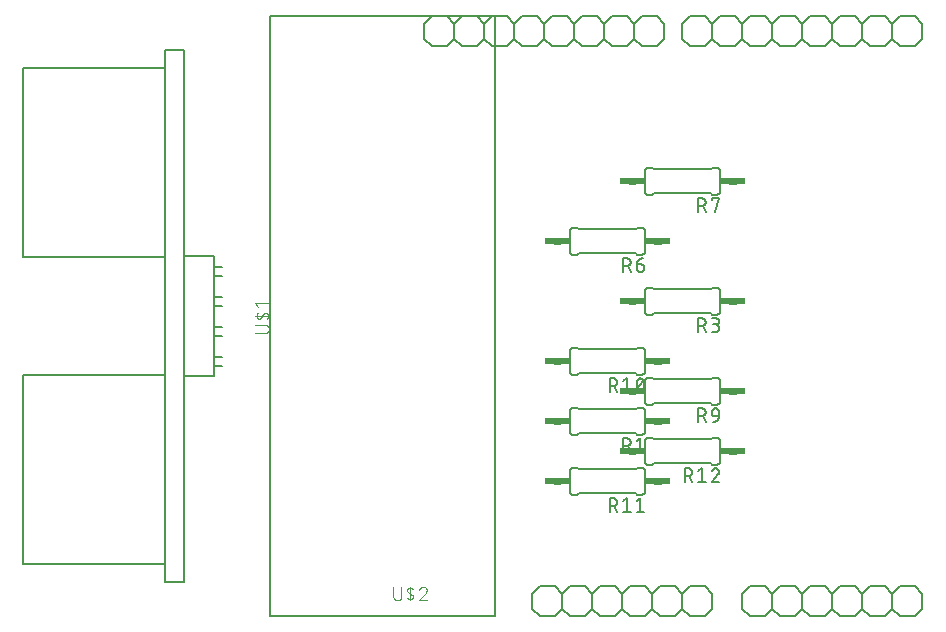
<source format=gbr>
G04 EAGLE Gerber RS-274X export*
G75*
%MOMM*%
%FSLAX34Y34*%
%LPD*%
%INSilkscreen Top*%
%IPPOS*%
%AMOC8*
5,1,8,0,0,1.08239X$1,22.5*%
G01*
%ADD10C,0.152400*%
%ADD11C,0.609600*%
%ADD12R,0.863600X0.609600*%
%ADD13C,0.127000*%
%ADD14C,0.101600*%


D10*
X524510Y622300D02*
X537210Y622300D01*
X543560Y615950D01*
X543560Y603250D01*
X537210Y596900D01*
X499110Y622300D02*
X492760Y615950D01*
X499110Y622300D02*
X511810Y622300D01*
X518160Y615950D01*
X518160Y603250D01*
X511810Y596900D01*
X499110Y596900D01*
X492760Y603250D01*
X518160Y615950D02*
X524510Y622300D01*
X518160Y603250D02*
X524510Y596900D01*
X537210Y596900D01*
X461010Y622300D02*
X448310Y622300D01*
X461010Y622300D02*
X467360Y615950D01*
X467360Y603250D01*
X461010Y596900D01*
X467360Y615950D02*
X473710Y622300D01*
X486410Y622300D01*
X492760Y615950D01*
X492760Y603250D01*
X486410Y596900D01*
X473710Y596900D01*
X467360Y603250D01*
X422910Y622300D02*
X416560Y615950D01*
X422910Y622300D02*
X435610Y622300D01*
X441960Y615950D01*
X441960Y603250D01*
X435610Y596900D01*
X422910Y596900D01*
X416560Y603250D01*
X441960Y615950D02*
X448310Y622300D01*
X441960Y603250D02*
X448310Y596900D01*
X461010Y596900D01*
X384810Y622300D02*
X372110Y622300D01*
X384810Y622300D02*
X391160Y615950D01*
X391160Y603250D01*
X384810Y596900D01*
X391160Y615950D02*
X397510Y622300D01*
X410210Y622300D01*
X416560Y615950D01*
X416560Y603250D01*
X410210Y596900D01*
X397510Y596900D01*
X391160Y603250D01*
X365760Y603250D02*
X365760Y615950D01*
X372110Y622300D01*
X365760Y603250D02*
X372110Y596900D01*
X384810Y596900D01*
X549910Y622300D02*
X562610Y622300D01*
X568960Y615950D01*
X568960Y603250D01*
X562610Y596900D01*
X543560Y615950D02*
X549910Y622300D01*
X543560Y603250D02*
X549910Y596900D01*
X562610Y596900D01*
X742950Y622300D02*
X755650Y622300D01*
X762000Y615950D01*
X762000Y603250D01*
X755650Y596900D01*
X717550Y622300D02*
X711200Y615950D01*
X717550Y622300D02*
X730250Y622300D01*
X736600Y615950D01*
X736600Y603250D01*
X730250Y596900D01*
X717550Y596900D01*
X711200Y603250D01*
X736600Y615950D02*
X742950Y622300D01*
X736600Y603250D02*
X742950Y596900D01*
X755650Y596900D01*
X679450Y622300D02*
X666750Y622300D01*
X679450Y622300D02*
X685800Y615950D01*
X685800Y603250D01*
X679450Y596900D01*
X685800Y615950D02*
X692150Y622300D01*
X704850Y622300D01*
X711200Y615950D01*
X711200Y603250D01*
X704850Y596900D01*
X692150Y596900D01*
X685800Y603250D01*
X641350Y622300D02*
X635000Y615950D01*
X641350Y622300D02*
X654050Y622300D01*
X660400Y615950D01*
X660400Y603250D01*
X654050Y596900D01*
X641350Y596900D01*
X635000Y603250D01*
X660400Y615950D02*
X666750Y622300D01*
X660400Y603250D02*
X666750Y596900D01*
X679450Y596900D01*
X603250Y622300D02*
X590550Y622300D01*
X603250Y622300D02*
X609600Y615950D01*
X609600Y603250D01*
X603250Y596900D01*
X609600Y615950D02*
X615950Y622300D01*
X628650Y622300D01*
X635000Y615950D01*
X635000Y603250D01*
X628650Y596900D01*
X615950Y596900D01*
X609600Y603250D01*
X584200Y603250D02*
X584200Y615950D01*
X590550Y622300D01*
X584200Y603250D02*
X590550Y596900D01*
X603250Y596900D01*
X768350Y622300D02*
X781050Y622300D01*
X787400Y615950D01*
X787400Y603250D01*
X781050Y596900D01*
X762000Y615950D02*
X768350Y622300D01*
X762000Y603250D02*
X768350Y596900D01*
X781050Y596900D01*
X603250Y139700D02*
X590550Y139700D01*
X603250Y139700D02*
X609600Y133350D01*
X609600Y120650D02*
X603250Y114300D01*
X565150Y139700D02*
X558800Y133350D01*
X565150Y139700D02*
X577850Y139700D01*
X584200Y133350D01*
X584200Y120650D01*
X577850Y114300D01*
X565150Y114300D01*
X558800Y120650D01*
X584200Y133350D02*
X590550Y139700D01*
X584200Y120650D02*
X590550Y114300D01*
X603250Y114300D01*
X527050Y139700D02*
X514350Y139700D01*
X527050Y139700D02*
X533400Y133350D01*
X533400Y120650D01*
X527050Y114300D01*
X533400Y133350D02*
X539750Y139700D01*
X552450Y139700D01*
X558800Y133350D01*
X558800Y120650D01*
X552450Y114300D01*
X539750Y114300D01*
X533400Y120650D01*
X488950Y139700D02*
X482600Y133350D01*
X488950Y139700D02*
X501650Y139700D01*
X508000Y133350D01*
X508000Y120650D01*
X501650Y114300D01*
X488950Y114300D01*
X482600Y120650D01*
X508000Y133350D02*
X514350Y139700D01*
X508000Y120650D02*
X514350Y114300D01*
X527050Y114300D01*
X457200Y120650D02*
X457200Y133350D01*
X463550Y139700D01*
X476250Y139700D01*
X482600Y133350D01*
X482600Y120650D01*
X476250Y114300D01*
X463550Y114300D01*
X457200Y120650D01*
X768350Y139700D02*
X781050Y139700D01*
X787400Y133350D01*
X787400Y120650D01*
X781050Y114300D01*
X742950Y139700D02*
X736600Y133350D01*
X742950Y139700D02*
X755650Y139700D01*
X762000Y133350D01*
X762000Y120650D01*
X755650Y114300D01*
X742950Y114300D01*
X736600Y120650D01*
X762000Y133350D02*
X768350Y139700D01*
X762000Y120650D02*
X768350Y114300D01*
X781050Y114300D01*
X704850Y139700D02*
X692150Y139700D01*
X704850Y139700D02*
X711200Y133350D01*
X711200Y120650D01*
X704850Y114300D01*
X711200Y133350D02*
X717550Y139700D01*
X730250Y139700D01*
X736600Y133350D01*
X736600Y120650D01*
X730250Y114300D01*
X717550Y114300D01*
X711200Y120650D01*
X666750Y139700D02*
X660400Y133350D01*
X666750Y139700D02*
X679450Y139700D01*
X685800Y133350D01*
X685800Y120650D01*
X679450Y114300D01*
X666750Y114300D01*
X660400Y120650D01*
X685800Y133350D02*
X692150Y139700D01*
X685800Y120650D02*
X692150Y114300D01*
X704850Y114300D01*
X635000Y120650D02*
X635000Y133350D01*
X641350Y139700D01*
X654050Y139700D01*
X660400Y133350D01*
X660400Y120650D01*
X654050Y114300D01*
X641350Y114300D01*
X635000Y120650D01*
X609600Y120650D02*
X609600Y133350D01*
X549910Y267970D02*
X550010Y267972D01*
X550109Y267978D01*
X550209Y267988D01*
X550307Y268001D01*
X550406Y268019D01*
X550503Y268040D01*
X550599Y268065D01*
X550695Y268094D01*
X550789Y268127D01*
X550882Y268163D01*
X550973Y268203D01*
X551063Y268247D01*
X551151Y268294D01*
X551237Y268344D01*
X551321Y268398D01*
X551403Y268455D01*
X551482Y268515D01*
X551560Y268579D01*
X551634Y268645D01*
X551706Y268714D01*
X551775Y268786D01*
X551841Y268860D01*
X551905Y268938D01*
X551965Y269017D01*
X552022Y269099D01*
X552076Y269183D01*
X552126Y269269D01*
X552173Y269357D01*
X552217Y269447D01*
X552257Y269538D01*
X552293Y269631D01*
X552326Y269725D01*
X552355Y269821D01*
X552380Y269917D01*
X552401Y270014D01*
X552419Y270113D01*
X552432Y270211D01*
X552442Y270311D01*
X552448Y270410D01*
X552450Y270510D01*
X552450Y288290D02*
X552448Y288390D01*
X552442Y288489D01*
X552432Y288589D01*
X552419Y288687D01*
X552401Y288786D01*
X552380Y288883D01*
X552355Y288979D01*
X552326Y289075D01*
X552293Y289169D01*
X552257Y289262D01*
X552217Y289353D01*
X552173Y289443D01*
X552126Y289531D01*
X552076Y289617D01*
X552022Y289701D01*
X551965Y289783D01*
X551905Y289862D01*
X551841Y289940D01*
X551775Y290014D01*
X551706Y290086D01*
X551634Y290155D01*
X551560Y290221D01*
X551482Y290285D01*
X551403Y290345D01*
X551321Y290402D01*
X551237Y290456D01*
X551151Y290506D01*
X551063Y290553D01*
X550973Y290597D01*
X550882Y290637D01*
X550789Y290673D01*
X550695Y290706D01*
X550599Y290735D01*
X550503Y290760D01*
X550406Y290781D01*
X550307Y290799D01*
X550209Y290812D01*
X550109Y290822D01*
X550010Y290828D01*
X549910Y290830D01*
X491490Y290830D02*
X491390Y290828D01*
X491291Y290822D01*
X491191Y290812D01*
X491093Y290799D01*
X490994Y290781D01*
X490897Y290760D01*
X490801Y290735D01*
X490705Y290706D01*
X490611Y290673D01*
X490518Y290637D01*
X490427Y290597D01*
X490337Y290553D01*
X490249Y290506D01*
X490163Y290456D01*
X490079Y290402D01*
X489997Y290345D01*
X489918Y290285D01*
X489840Y290221D01*
X489766Y290155D01*
X489694Y290086D01*
X489625Y290014D01*
X489559Y289940D01*
X489495Y289862D01*
X489435Y289783D01*
X489378Y289701D01*
X489324Y289617D01*
X489274Y289531D01*
X489227Y289443D01*
X489183Y289353D01*
X489143Y289262D01*
X489107Y289169D01*
X489074Y289075D01*
X489045Y288979D01*
X489020Y288883D01*
X488999Y288786D01*
X488981Y288687D01*
X488968Y288589D01*
X488958Y288489D01*
X488952Y288390D01*
X488950Y288290D01*
X488950Y270510D02*
X488952Y270410D01*
X488958Y270311D01*
X488968Y270211D01*
X488981Y270113D01*
X488999Y270014D01*
X489020Y269917D01*
X489045Y269821D01*
X489074Y269725D01*
X489107Y269631D01*
X489143Y269538D01*
X489183Y269447D01*
X489227Y269357D01*
X489274Y269269D01*
X489324Y269183D01*
X489378Y269099D01*
X489435Y269017D01*
X489495Y268938D01*
X489559Y268860D01*
X489625Y268786D01*
X489694Y268714D01*
X489766Y268645D01*
X489840Y268579D01*
X489918Y268515D01*
X489997Y268455D01*
X490079Y268398D01*
X490163Y268344D01*
X490249Y268294D01*
X490337Y268247D01*
X490427Y268203D01*
X490518Y268163D01*
X490611Y268127D01*
X490705Y268094D01*
X490801Y268065D01*
X490897Y268040D01*
X490994Y268019D01*
X491093Y268001D01*
X491191Y267988D01*
X491291Y267978D01*
X491390Y267972D01*
X491490Y267970D01*
X552450Y270510D02*
X552450Y288290D01*
X549910Y267970D02*
X546100Y267970D01*
X544830Y269240D01*
X546100Y290830D02*
X549910Y290830D01*
X546100Y290830D02*
X544830Y289560D01*
X496570Y269240D02*
X495300Y267970D01*
X496570Y269240D02*
X544830Y269240D01*
X496570Y289560D02*
X495300Y290830D01*
X496570Y289560D02*
X544830Y289560D01*
X495300Y267970D02*
X491490Y267970D01*
X491490Y290830D02*
X495300Y290830D01*
X488950Y288290D02*
X488950Y270510D01*
D11*
X480060Y279400D02*
X476250Y279400D01*
X561340Y279400D02*
X565150Y279400D01*
D12*
X484632Y279400D03*
X556768Y279400D03*
X471932Y279400D03*
X569468Y279400D03*
D13*
X534118Y264795D02*
X534118Y253365D01*
X534118Y264795D02*
X537293Y264795D01*
X537404Y264793D01*
X537514Y264787D01*
X537625Y264778D01*
X537735Y264764D01*
X537844Y264747D01*
X537953Y264726D01*
X538061Y264701D01*
X538168Y264672D01*
X538274Y264640D01*
X538379Y264604D01*
X538482Y264564D01*
X538584Y264521D01*
X538685Y264474D01*
X538784Y264423D01*
X538881Y264370D01*
X538975Y264313D01*
X539068Y264252D01*
X539159Y264189D01*
X539248Y264122D01*
X539334Y264052D01*
X539417Y263979D01*
X539499Y263904D01*
X539577Y263826D01*
X539652Y263744D01*
X539725Y263661D01*
X539795Y263575D01*
X539862Y263486D01*
X539925Y263395D01*
X539986Y263302D01*
X540043Y263207D01*
X540096Y263111D01*
X540147Y263012D01*
X540194Y262911D01*
X540237Y262809D01*
X540277Y262706D01*
X540313Y262601D01*
X540345Y262495D01*
X540374Y262388D01*
X540399Y262280D01*
X540420Y262171D01*
X540437Y262062D01*
X540451Y261952D01*
X540460Y261841D01*
X540466Y261731D01*
X540468Y261620D01*
X540466Y261509D01*
X540460Y261399D01*
X540451Y261288D01*
X540437Y261178D01*
X540420Y261069D01*
X540399Y260960D01*
X540374Y260852D01*
X540345Y260745D01*
X540313Y260639D01*
X540277Y260534D01*
X540237Y260431D01*
X540194Y260329D01*
X540147Y260228D01*
X540096Y260129D01*
X540043Y260032D01*
X539986Y259938D01*
X539925Y259845D01*
X539862Y259754D01*
X539795Y259665D01*
X539725Y259579D01*
X539652Y259496D01*
X539577Y259414D01*
X539499Y259336D01*
X539417Y259261D01*
X539334Y259188D01*
X539248Y259118D01*
X539159Y259051D01*
X539068Y258988D01*
X538975Y258927D01*
X538881Y258870D01*
X538784Y258817D01*
X538685Y258766D01*
X538584Y258719D01*
X538482Y258676D01*
X538379Y258636D01*
X538274Y258600D01*
X538168Y258568D01*
X538061Y258539D01*
X537953Y258514D01*
X537844Y258493D01*
X537735Y258476D01*
X537625Y258462D01*
X537514Y258453D01*
X537404Y258447D01*
X537293Y258445D01*
X534118Y258445D01*
X537928Y258445D02*
X540468Y253365D01*
X545465Y262255D02*
X548640Y264795D01*
X548640Y253365D01*
X545465Y253365D02*
X551815Y253365D01*
D10*
X549910Y318770D02*
X550010Y318772D01*
X550109Y318778D01*
X550209Y318788D01*
X550307Y318801D01*
X550406Y318819D01*
X550503Y318840D01*
X550599Y318865D01*
X550695Y318894D01*
X550789Y318927D01*
X550882Y318963D01*
X550973Y319003D01*
X551063Y319047D01*
X551151Y319094D01*
X551237Y319144D01*
X551321Y319198D01*
X551403Y319255D01*
X551482Y319315D01*
X551560Y319379D01*
X551634Y319445D01*
X551706Y319514D01*
X551775Y319586D01*
X551841Y319660D01*
X551905Y319738D01*
X551965Y319817D01*
X552022Y319899D01*
X552076Y319983D01*
X552126Y320069D01*
X552173Y320157D01*
X552217Y320247D01*
X552257Y320338D01*
X552293Y320431D01*
X552326Y320525D01*
X552355Y320621D01*
X552380Y320717D01*
X552401Y320814D01*
X552419Y320913D01*
X552432Y321011D01*
X552442Y321111D01*
X552448Y321210D01*
X552450Y321310D01*
X552450Y339090D02*
X552448Y339190D01*
X552442Y339289D01*
X552432Y339389D01*
X552419Y339487D01*
X552401Y339586D01*
X552380Y339683D01*
X552355Y339779D01*
X552326Y339875D01*
X552293Y339969D01*
X552257Y340062D01*
X552217Y340153D01*
X552173Y340243D01*
X552126Y340331D01*
X552076Y340417D01*
X552022Y340501D01*
X551965Y340583D01*
X551905Y340662D01*
X551841Y340740D01*
X551775Y340814D01*
X551706Y340886D01*
X551634Y340955D01*
X551560Y341021D01*
X551482Y341085D01*
X551403Y341145D01*
X551321Y341202D01*
X551237Y341256D01*
X551151Y341306D01*
X551063Y341353D01*
X550973Y341397D01*
X550882Y341437D01*
X550789Y341473D01*
X550695Y341506D01*
X550599Y341535D01*
X550503Y341560D01*
X550406Y341581D01*
X550307Y341599D01*
X550209Y341612D01*
X550109Y341622D01*
X550010Y341628D01*
X549910Y341630D01*
X491490Y341630D02*
X491390Y341628D01*
X491291Y341622D01*
X491191Y341612D01*
X491093Y341599D01*
X490994Y341581D01*
X490897Y341560D01*
X490801Y341535D01*
X490705Y341506D01*
X490611Y341473D01*
X490518Y341437D01*
X490427Y341397D01*
X490337Y341353D01*
X490249Y341306D01*
X490163Y341256D01*
X490079Y341202D01*
X489997Y341145D01*
X489918Y341085D01*
X489840Y341021D01*
X489766Y340955D01*
X489694Y340886D01*
X489625Y340814D01*
X489559Y340740D01*
X489495Y340662D01*
X489435Y340583D01*
X489378Y340501D01*
X489324Y340417D01*
X489274Y340331D01*
X489227Y340243D01*
X489183Y340153D01*
X489143Y340062D01*
X489107Y339969D01*
X489074Y339875D01*
X489045Y339779D01*
X489020Y339683D01*
X488999Y339586D01*
X488981Y339487D01*
X488968Y339389D01*
X488958Y339289D01*
X488952Y339190D01*
X488950Y339090D01*
X488950Y321310D02*
X488952Y321210D01*
X488958Y321111D01*
X488968Y321011D01*
X488981Y320913D01*
X488999Y320814D01*
X489020Y320717D01*
X489045Y320621D01*
X489074Y320525D01*
X489107Y320431D01*
X489143Y320338D01*
X489183Y320247D01*
X489227Y320157D01*
X489274Y320069D01*
X489324Y319983D01*
X489378Y319899D01*
X489435Y319817D01*
X489495Y319738D01*
X489559Y319660D01*
X489625Y319586D01*
X489694Y319514D01*
X489766Y319445D01*
X489840Y319379D01*
X489918Y319315D01*
X489997Y319255D01*
X490079Y319198D01*
X490163Y319144D01*
X490249Y319094D01*
X490337Y319047D01*
X490427Y319003D01*
X490518Y318963D01*
X490611Y318927D01*
X490705Y318894D01*
X490801Y318865D01*
X490897Y318840D01*
X490994Y318819D01*
X491093Y318801D01*
X491191Y318788D01*
X491291Y318778D01*
X491390Y318772D01*
X491490Y318770D01*
X552450Y321310D02*
X552450Y339090D01*
X549910Y318770D02*
X546100Y318770D01*
X544830Y320040D01*
X546100Y341630D02*
X549910Y341630D01*
X546100Y341630D02*
X544830Y340360D01*
X496570Y320040D02*
X495300Y318770D01*
X496570Y320040D02*
X544830Y320040D01*
X496570Y340360D02*
X495300Y341630D01*
X496570Y340360D02*
X544830Y340360D01*
X495300Y318770D02*
X491490Y318770D01*
X491490Y341630D02*
X495300Y341630D01*
X488950Y339090D02*
X488950Y321310D01*
D11*
X480060Y330200D02*
X476250Y330200D01*
X561340Y330200D02*
X565150Y330200D01*
D12*
X484632Y330200D03*
X556768Y330200D03*
X471932Y330200D03*
X569468Y330200D03*
D13*
X522688Y315595D02*
X522688Y304165D01*
X522688Y315595D02*
X525863Y315595D01*
X525974Y315593D01*
X526084Y315587D01*
X526195Y315578D01*
X526305Y315564D01*
X526414Y315547D01*
X526523Y315526D01*
X526631Y315501D01*
X526738Y315472D01*
X526844Y315440D01*
X526949Y315404D01*
X527052Y315364D01*
X527154Y315321D01*
X527255Y315274D01*
X527354Y315223D01*
X527451Y315170D01*
X527545Y315113D01*
X527638Y315052D01*
X527729Y314989D01*
X527818Y314922D01*
X527904Y314852D01*
X527987Y314779D01*
X528069Y314704D01*
X528147Y314626D01*
X528222Y314544D01*
X528295Y314461D01*
X528365Y314375D01*
X528432Y314286D01*
X528495Y314195D01*
X528556Y314102D01*
X528613Y314007D01*
X528666Y313911D01*
X528717Y313812D01*
X528764Y313711D01*
X528807Y313609D01*
X528847Y313506D01*
X528883Y313401D01*
X528915Y313295D01*
X528944Y313188D01*
X528969Y313080D01*
X528990Y312971D01*
X529007Y312862D01*
X529021Y312752D01*
X529030Y312641D01*
X529036Y312531D01*
X529038Y312420D01*
X529036Y312309D01*
X529030Y312199D01*
X529021Y312088D01*
X529007Y311978D01*
X528990Y311869D01*
X528969Y311760D01*
X528944Y311652D01*
X528915Y311545D01*
X528883Y311439D01*
X528847Y311334D01*
X528807Y311231D01*
X528764Y311129D01*
X528717Y311028D01*
X528666Y310929D01*
X528613Y310832D01*
X528556Y310738D01*
X528495Y310645D01*
X528432Y310554D01*
X528365Y310465D01*
X528295Y310379D01*
X528222Y310296D01*
X528147Y310214D01*
X528069Y310136D01*
X527987Y310061D01*
X527904Y309988D01*
X527818Y309918D01*
X527729Y309851D01*
X527638Y309788D01*
X527545Y309727D01*
X527451Y309670D01*
X527354Y309617D01*
X527255Y309566D01*
X527154Y309519D01*
X527052Y309476D01*
X526949Y309436D01*
X526844Y309400D01*
X526738Y309368D01*
X526631Y309339D01*
X526523Y309314D01*
X526414Y309293D01*
X526305Y309276D01*
X526195Y309262D01*
X526084Y309253D01*
X525974Y309247D01*
X525863Y309245D01*
X522688Y309245D01*
X526498Y309245D02*
X529038Y304165D01*
X534035Y313055D02*
X537210Y315595D01*
X537210Y304165D01*
X534035Y304165D02*
X540385Y304165D01*
X545465Y309880D02*
X545468Y310105D01*
X545476Y310330D01*
X545489Y310554D01*
X545508Y310778D01*
X545532Y311002D01*
X545561Y311225D01*
X545596Y311447D01*
X545636Y311668D01*
X545682Y311888D01*
X545732Y312107D01*
X545788Y312325D01*
X545849Y312542D01*
X545915Y312757D01*
X545986Y312970D01*
X546063Y313181D01*
X546144Y313391D01*
X546230Y313599D01*
X546321Y313804D01*
X546417Y314007D01*
X546417Y314008D02*
X546449Y314096D01*
X546485Y314183D01*
X546524Y314269D01*
X546567Y314353D01*
X546613Y314435D01*
X546662Y314515D01*
X546714Y314593D01*
X546770Y314669D01*
X546828Y314743D01*
X546890Y314814D01*
X546954Y314883D01*
X547021Y314949D01*
X547090Y315012D01*
X547162Y315073D01*
X547236Y315131D01*
X547313Y315185D01*
X547391Y315237D01*
X547472Y315285D01*
X547554Y315330D01*
X547639Y315372D01*
X547725Y315410D01*
X547812Y315445D01*
X547900Y315477D01*
X547990Y315504D01*
X548081Y315529D01*
X548173Y315549D01*
X548265Y315566D01*
X548359Y315579D01*
X548452Y315588D01*
X548546Y315594D01*
X548640Y315596D01*
X548734Y315594D01*
X548828Y315588D01*
X548921Y315579D01*
X549015Y315566D01*
X549107Y315549D01*
X549199Y315529D01*
X549290Y315504D01*
X549380Y315477D01*
X549468Y315445D01*
X549555Y315410D01*
X549641Y315372D01*
X549726Y315330D01*
X549808Y315285D01*
X549889Y315237D01*
X549967Y315185D01*
X550044Y315131D01*
X550118Y315073D01*
X550190Y315012D01*
X550259Y314949D01*
X550326Y314883D01*
X550390Y314814D01*
X550452Y314743D01*
X550510Y314669D01*
X550566Y314593D01*
X550618Y314515D01*
X550667Y314435D01*
X550713Y314353D01*
X550756Y314269D01*
X550795Y314183D01*
X550831Y314096D01*
X550863Y314008D01*
X550863Y314007D02*
X550959Y313804D01*
X551050Y313599D01*
X551136Y313391D01*
X551217Y313181D01*
X551294Y312970D01*
X551365Y312757D01*
X551431Y312542D01*
X551492Y312325D01*
X551548Y312107D01*
X551598Y311888D01*
X551644Y311668D01*
X551684Y311447D01*
X551719Y311225D01*
X551748Y311002D01*
X551772Y310778D01*
X551791Y310554D01*
X551804Y310330D01*
X551812Y310105D01*
X551815Y309880D01*
X545465Y309880D02*
X545468Y309655D01*
X545476Y309430D01*
X545489Y309206D01*
X545508Y308982D01*
X545532Y308758D01*
X545561Y308535D01*
X545596Y308313D01*
X545636Y308092D01*
X545682Y307872D01*
X545732Y307653D01*
X545788Y307435D01*
X545849Y307218D01*
X545915Y307003D01*
X545986Y306790D01*
X546063Y306579D01*
X546144Y306369D01*
X546230Y306161D01*
X546321Y305956D01*
X546417Y305753D01*
X546449Y305665D01*
X546485Y305578D01*
X546524Y305492D01*
X546567Y305408D01*
X546613Y305326D01*
X546662Y305246D01*
X546714Y305168D01*
X546770Y305092D01*
X546828Y305018D01*
X546890Y304947D01*
X546954Y304878D01*
X547021Y304812D01*
X547090Y304749D01*
X547162Y304688D01*
X547236Y304630D01*
X547313Y304576D01*
X547391Y304524D01*
X547472Y304476D01*
X547554Y304431D01*
X547639Y304389D01*
X547725Y304351D01*
X547812Y304316D01*
X547900Y304284D01*
X547990Y304257D01*
X548081Y304232D01*
X548173Y304212D01*
X548265Y304195D01*
X548359Y304182D01*
X548452Y304173D01*
X548546Y304167D01*
X548640Y304165D01*
X550863Y305753D02*
X550959Y305956D01*
X551050Y306161D01*
X551136Y306369D01*
X551217Y306579D01*
X551294Y306790D01*
X551365Y307003D01*
X551431Y307218D01*
X551492Y307435D01*
X551548Y307653D01*
X551598Y307872D01*
X551644Y308092D01*
X551684Y308313D01*
X551719Y308535D01*
X551748Y308758D01*
X551772Y308982D01*
X551791Y309206D01*
X551804Y309430D01*
X551812Y309655D01*
X551815Y309880D01*
X550863Y305753D02*
X550831Y305665D01*
X550795Y305578D01*
X550756Y305492D01*
X550713Y305408D01*
X550667Y305326D01*
X550618Y305246D01*
X550566Y305168D01*
X550510Y305092D01*
X550452Y305018D01*
X550390Y304947D01*
X550326Y304878D01*
X550259Y304812D01*
X550190Y304749D01*
X550118Y304688D01*
X550044Y304630D01*
X549967Y304576D01*
X549889Y304524D01*
X549808Y304476D01*
X549726Y304431D01*
X549641Y304389D01*
X549555Y304351D01*
X549468Y304316D01*
X549380Y304284D01*
X549290Y304257D01*
X549199Y304232D01*
X549107Y304212D01*
X549015Y304195D01*
X548921Y304182D01*
X548828Y304173D01*
X548734Y304167D01*
X548640Y304165D01*
X546100Y306705D02*
X551180Y313055D01*
D10*
X552450Y219710D02*
X552448Y219610D01*
X552442Y219511D01*
X552432Y219411D01*
X552419Y219313D01*
X552401Y219214D01*
X552380Y219117D01*
X552355Y219021D01*
X552326Y218925D01*
X552293Y218831D01*
X552257Y218738D01*
X552217Y218647D01*
X552173Y218557D01*
X552126Y218469D01*
X552076Y218383D01*
X552022Y218299D01*
X551965Y218217D01*
X551905Y218138D01*
X551841Y218060D01*
X551775Y217986D01*
X551706Y217914D01*
X551634Y217845D01*
X551560Y217779D01*
X551482Y217715D01*
X551403Y217655D01*
X551321Y217598D01*
X551237Y217544D01*
X551151Y217494D01*
X551063Y217447D01*
X550973Y217403D01*
X550882Y217363D01*
X550789Y217327D01*
X550695Y217294D01*
X550599Y217265D01*
X550503Y217240D01*
X550406Y217219D01*
X550307Y217201D01*
X550209Y217188D01*
X550109Y217178D01*
X550010Y217172D01*
X549910Y217170D01*
X552450Y237490D02*
X552448Y237590D01*
X552442Y237689D01*
X552432Y237789D01*
X552419Y237887D01*
X552401Y237986D01*
X552380Y238083D01*
X552355Y238179D01*
X552326Y238275D01*
X552293Y238369D01*
X552257Y238462D01*
X552217Y238553D01*
X552173Y238643D01*
X552126Y238731D01*
X552076Y238817D01*
X552022Y238901D01*
X551965Y238983D01*
X551905Y239062D01*
X551841Y239140D01*
X551775Y239214D01*
X551706Y239286D01*
X551634Y239355D01*
X551560Y239421D01*
X551482Y239485D01*
X551403Y239545D01*
X551321Y239602D01*
X551237Y239656D01*
X551151Y239706D01*
X551063Y239753D01*
X550973Y239797D01*
X550882Y239837D01*
X550789Y239873D01*
X550695Y239906D01*
X550599Y239935D01*
X550503Y239960D01*
X550406Y239981D01*
X550307Y239999D01*
X550209Y240012D01*
X550109Y240022D01*
X550010Y240028D01*
X549910Y240030D01*
X491490Y240030D02*
X491390Y240028D01*
X491291Y240022D01*
X491191Y240012D01*
X491093Y239999D01*
X490994Y239981D01*
X490897Y239960D01*
X490801Y239935D01*
X490705Y239906D01*
X490611Y239873D01*
X490518Y239837D01*
X490427Y239797D01*
X490337Y239753D01*
X490249Y239706D01*
X490163Y239656D01*
X490079Y239602D01*
X489997Y239545D01*
X489918Y239485D01*
X489840Y239421D01*
X489766Y239355D01*
X489694Y239286D01*
X489625Y239214D01*
X489559Y239140D01*
X489495Y239062D01*
X489435Y238983D01*
X489378Y238901D01*
X489324Y238817D01*
X489274Y238731D01*
X489227Y238643D01*
X489183Y238553D01*
X489143Y238462D01*
X489107Y238369D01*
X489074Y238275D01*
X489045Y238179D01*
X489020Y238083D01*
X488999Y237986D01*
X488981Y237887D01*
X488968Y237789D01*
X488958Y237689D01*
X488952Y237590D01*
X488950Y237490D01*
X488950Y219710D02*
X488952Y219610D01*
X488958Y219511D01*
X488968Y219411D01*
X488981Y219313D01*
X488999Y219214D01*
X489020Y219117D01*
X489045Y219021D01*
X489074Y218925D01*
X489107Y218831D01*
X489143Y218738D01*
X489183Y218647D01*
X489227Y218557D01*
X489274Y218469D01*
X489324Y218383D01*
X489378Y218299D01*
X489435Y218217D01*
X489495Y218138D01*
X489559Y218060D01*
X489625Y217986D01*
X489694Y217914D01*
X489766Y217845D01*
X489840Y217779D01*
X489918Y217715D01*
X489997Y217655D01*
X490079Y217598D01*
X490163Y217544D01*
X490249Y217494D01*
X490337Y217447D01*
X490427Y217403D01*
X490518Y217363D01*
X490611Y217327D01*
X490705Y217294D01*
X490801Y217265D01*
X490897Y217240D01*
X490994Y217219D01*
X491093Y217201D01*
X491191Y217188D01*
X491291Y217178D01*
X491390Y217172D01*
X491490Y217170D01*
X552450Y219710D02*
X552450Y237490D01*
X549910Y217170D02*
X546100Y217170D01*
X544830Y218440D01*
X546100Y240030D02*
X549910Y240030D01*
X546100Y240030D02*
X544830Y238760D01*
X496570Y218440D02*
X495300Y217170D01*
X496570Y218440D02*
X544830Y218440D01*
X496570Y238760D02*
X495300Y240030D01*
X496570Y238760D02*
X544830Y238760D01*
X495300Y217170D02*
X491490Y217170D01*
X491490Y240030D02*
X495300Y240030D01*
X488950Y237490D02*
X488950Y219710D01*
D11*
X480060Y228600D02*
X476250Y228600D01*
X561340Y228600D02*
X565150Y228600D01*
D12*
X484632Y228600D03*
X556768Y228600D03*
X471932Y228600D03*
X569468Y228600D03*
D13*
X522688Y213995D02*
X522688Y202565D01*
X522688Y213995D02*
X525863Y213995D01*
X525974Y213993D01*
X526084Y213987D01*
X526195Y213978D01*
X526305Y213964D01*
X526414Y213947D01*
X526523Y213926D01*
X526631Y213901D01*
X526738Y213872D01*
X526844Y213840D01*
X526949Y213804D01*
X527052Y213764D01*
X527154Y213721D01*
X527255Y213674D01*
X527354Y213623D01*
X527451Y213570D01*
X527545Y213513D01*
X527638Y213452D01*
X527729Y213389D01*
X527818Y213322D01*
X527904Y213252D01*
X527987Y213179D01*
X528069Y213104D01*
X528147Y213026D01*
X528222Y212944D01*
X528295Y212861D01*
X528365Y212775D01*
X528432Y212686D01*
X528495Y212595D01*
X528556Y212502D01*
X528613Y212407D01*
X528666Y212311D01*
X528717Y212212D01*
X528764Y212111D01*
X528807Y212009D01*
X528847Y211906D01*
X528883Y211801D01*
X528915Y211695D01*
X528944Y211588D01*
X528969Y211480D01*
X528990Y211371D01*
X529007Y211262D01*
X529021Y211152D01*
X529030Y211041D01*
X529036Y210931D01*
X529038Y210820D01*
X529036Y210709D01*
X529030Y210599D01*
X529021Y210488D01*
X529007Y210378D01*
X528990Y210269D01*
X528969Y210160D01*
X528944Y210052D01*
X528915Y209945D01*
X528883Y209839D01*
X528847Y209734D01*
X528807Y209631D01*
X528764Y209529D01*
X528717Y209428D01*
X528666Y209329D01*
X528613Y209232D01*
X528556Y209138D01*
X528495Y209045D01*
X528432Y208954D01*
X528365Y208865D01*
X528295Y208779D01*
X528222Y208696D01*
X528147Y208614D01*
X528069Y208536D01*
X527987Y208461D01*
X527904Y208388D01*
X527818Y208318D01*
X527729Y208251D01*
X527638Y208188D01*
X527545Y208127D01*
X527451Y208070D01*
X527354Y208017D01*
X527255Y207966D01*
X527154Y207919D01*
X527052Y207876D01*
X526949Y207836D01*
X526844Y207800D01*
X526738Y207768D01*
X526631Y207739D01*
X526523Y207714D01*
X526414Y207693D01*
X526305Y207676D01*
X526195Y207662D01*
X526084Y207653D01*
X525974Y207647D01*
X525863Y207645D01*
X522688Y207645D01*
X526498Y207645D02*
X529038Y202565D01*
X534035Y211455D02*
X537210Y213995D01*
X537210Y202565D01*
X534035Y202565D02*
X540385Y202565D01*
X545465Y211455D02*
X548640Y213995D01*
X548640Y202565D01*
X545465Y202565D02*
X551815Y202565D01*
D10*
X613410Y242570D02*
X613510Y242572D01*
X613609Y242578D01*
X613709Y242588D01*
X613807Y242601D01*
X613906Y242619D01*
X614003Y242640D01*
X614099Y242665D01*
X614195Y242694D01*
X614289Y242727D01*
X614382Y242763D01*
X614473Y242803D01*
X614563Y242847D01*
X614651Y242894D01*
X614737Y242944D01*
X614821Y242998D01*
X614903Y243055D01*
X614982Y243115D01*
X615060Y243179D01*
X615134Y243245D01*
X615206Y243314D01*
X615275Y243386D01*
X615341Y243460D01*
X615405Y243538D01*
X615465Y243617D01*
X615522Y243699D01*
X615576Y243783D01*
X615626Y243869D01*
X615673Y243957D01*
X615717Y244047D01*
X615757Y244138D01*
X615793Y244231D01*
X615826Y244325D01*
X615855Y244421D01*
X615880Y244517D01*
X615901Y244614D01*
X615919Y244713D01*
X615932Y244811D01*
X615942Y244911D01*
X615948Y245010D01*
X615950Y245110D01*
X615950Y262890D02*
X615948Y262990D01*
X615942Y263089D01*
X615932Y263189D01*
X615919Y263287D01*
X615901Y263386D01*
X615880Y263483D01*
X615855Y263579D01*
X615826Y263675D01*
X615793Y263769D01*
X615757Y263862D01*
X615717Y263953D01*
X615673Y264043D01*
X615626Y264131D01*
X615576Y264217D01*
X615522Y264301D01*
X615465Y264383D01*
X615405Y264462D01*
X615341Y264540D01*
X615275Y264614D01*
X615206Y264686D01*
X615134Y264755D01*
X615060Y264821D01*
X614982Y264885D01*
X614903Y264945D01*
X614821Y265002D01*
X614737Y265056D01*
X614651Y265106D01*
X614563Y265153D01*
X614473Y265197D01*
X614382Y265237D01*
X614289Y265273D01*
X614195Y265306D01*
X614099Y265335D01*
X614003Y265360D01*
X613906Y265381D01*
X613807Y265399D01*
X613709Y265412D01*
X613609Y265422D01*
X613510Y265428D01*
X613410Y265430D01*
X554990Y265430D02*
X554890Y265428D01*
X554791Y265422D01*
X554691Y265412D01*
X554593Y265399D01*
X554494Y265381D01*
X554397Y265360D01*
X554301Y265335D01*
X554205Y265306D01*
X554111Y265273D01*
X554018Y265237D01*
X553927Y265197D01*
X553837Y265153D01*
X553749Y265106D01*
X553663Y265056D01*
X553579Y265002D01*
X553497Y264945D01*
X553418Y264885D01*
X553340Y264821D01*
X553266Y264755D01*
X553194Y264686D01*
X553125Y264614D01*
X553059Y264540D01*
X552995Y264462D01*
X552935Y264383D01*
X552878Y264301D01*
X552824Y264217D01*
X552774Y264131D01*
X552727Y264043D01*
X552683Y263953D01*
X552643Y263862D01*
X552607Y263769D01*
X552574Y263675D01*
X552545Y263579D01*
X552520Y263483D01*
X552499Y263386D01*
X552481Y263287D01*
X552468Y263189D01*
X552458Y263089D01*
X552452Y262990D01*
X552450Y262890D01*
X552450Y245110D02*
X552452Y245010D01*
X552458Y244911D01*
X552468Y244811D01*
X552481Y244713D01*
X552499Y244614D01*
X552520Y244517D01*
X552545Y244421D01*
X552574Y244325D01*
X552607Y244231D01*
X552643Y244138D01*
X552683Y244047D01*
X552727Y243957D01*
X552774Y243869D01*
X552824Y243783D01*
X552878Y243699D01*
X552935Y243617D01*
X552995Y243538D01*
X553059Y243460D01*
X553125Y243386D01*
X553194Y243314D01*
X553266Y243245D01*
X553340Y243179D01*
X553418Y243115D01*
X553497Y243055D01*
X553579Y242998D01*
X553663Y242944D01*
X553749Y242894D01*
X553837Y242847D01*
X553927Y242803D01*
X554018Y242763D01*
X554111Y242727D01*
X554205Y242694D01*
X554301Y242665D01*
X554397Y242640D01*
X554494Y242619D01*
X554593Y242601D01*
X554691Y242588D01*
X554791Y242578D01*
X554890Y242572D01*
X554990Y242570D01*
X615950Y245110D02*
X615950Y262890D01*
X613410Y242570D02*
X609600Y242570D01*
X608330Y243840D01*
X609600Y265430D02*
X613410Y265430D01*
X609600Y265430D02*
X608330Y264160D01*
X560070Y243840D02*
X558800Y242570D01*
X560070Y243840D02*
X608330Y243840D01*
X560070Y264160D02*
X558800Y265430D01*
X560070Y264160D02*
X608330Y264160D01*
X558800Y242570D02*
X554990Y242570D01*
X554990Y265430D02*
X558800Y265430D01*
X552450Y262890D02*
X552450Y245110D01*
D11*
X543560Y254000D02*
X539750Y254000D01*
X624840Y254000D02*
X628650Y254000D01*
D12*
X548132Y254000D03*
X620268Y254000D03*
X535432Y254000D03*
X632968Y254000D03*
D13*
X586188Y239395D02*
X586188Y227965D01*
X586188Y239395D02*
X589363Y239395D01*
X589474Y239393D01*
X589584Y239387D01*
X589695Y239378D01*
X589805Y239364D01*
X589914Y239347D01*
X590023Y239326D01*
X590131Y239301D01*
X590238Y239272D01*
X590344Y239240D01*
X590449Y239204D01*
X590552Y239164D01*
X590654Y239121D01*
X590755Y239074D01*
X590854Y239023D01*
X590951Y238970D01*
X591045Y238913D01*
X591138Y238852D01*
X591229Y238789D01*
X591318Y238722D01*
X591404Y238652D01*
X591487Y238579D01*
X591569Y238504D01*
X591647Y238426D01*
X591722Y238344D01*
X591795Y238261D01*
X591865Y238175D01*
X591932Y238086D01*
X591995Y237995D01*
X592056Y237902D01*
X592113Y237807D01*
X592166Y237711D01*
X592217Y237612D01*
X592264Y237511D01*
X592307Y237409D01*
X592347Y237306D01*
X592383Y237201D01*
X592415Y237095D01*
X592444Y236988D01*
X592469Y236880D01*
X592490Y236771D01*
X592507Y236662D01*
X592521Y236552D01*
X592530Y236441D01*
X592536Y236331D01*
X592538Y236220D01*
X592536Y236109D01*
X592530Y235999D01*
X592521Y235888D01*
X592507Y235778D01*
X592490Y235669D01*
X592469Y235560D01*
X592444Y235452D01*
X592415Y235345D01*
X592383Y235239D01*
X592347Y235134D01*
X592307Y235031D01*
X592264Y234929D01*
X592217Y234828D01*
X592166Y234729D01*
X592113Y234632D01*
X592056Y234538D01*
X591995Y234445D01*
X591932Y234354D01*
X591865Y234265D01*
X591795Y234179D01*
X591722Y234096D01*
X591647Y234014D01*
X591569Y233936D01*
X591487Y233861D01*
X591404Y233788D01*
X591318Y233718D01*
X591229Y233651D01*
X591138Y233588D01*
X591045Y233527D01*
X590951Y233470D01*
X590854Y233417D01*
X590755Y233366D01*
X590654Y233319D01*
X590552Y233276D01*
X590449Y233236D01*
X590344Y233200D01*
X590238Y233168D01*
X590131Y233139D01*
X590023Y233114D01*
X589914Y233093D01*
X589805Y233076D01*
X589695Y233062D01*
X589584Y233053D01*
X589474Y233047D01*
X589363Y233045D01*
X586188Y233045D01*
X589998Y233045D02*
X592538Y227965D01*
X597535Y236855D02*
X600710Y239395D01*
X600710Y227965D01*
X597535Y227965D02*
X603885Y227965D01*
X615316Y236538D02*
X615314Y236642D01*
X615308Y236747D01*
X615299Y236851D01*
X615286Y236954D01*
X615268Y237057D01*
X615248Y237159D01*
X615223Y237261D01*
X615195Y237361D01*
X615163Y237461D01*
X615127Y237559D01*
X615088Y237656D01*
X615046Y237751D01*
X615000Y237845D01*
X614950Y237937D01*
X614898Y238027D01*
X614842Y238115D01*
X614782Y238201D01*
X614720Y238285D01*
X614655Y238366D01*
X614587Y238445D01*
X614515Y238522D01*
X614442Y238595D01*
X614365Y238667D01*
X614286Y238735D01*
X614205Y238800D01*
X614121Y238862D01*
X614035Y238922D01*
X613947Y238978D01*
X613857Y239030D01*
X613765Y239080D01*
X613671Y239126D01*
X613576Y239168D01*
X613479Y239207D01*
X613381Y239243D01*
X613281Y239275D01*
X613181Y239303D01*
X613079Y239328D01*
X612977Y239348D01*
X612874Y239366D01*
X612771Y239379D01*
X612667Y239388D01*
X612562Y239394D01*
X612458Y239396D01*
X612458Y239395D02*
X612340Y239393D01*
X612221Y239387D01*
X612103Y239378D01*
X611986Y239365D01*
X611869Y239347D01*
X611752Y239327D01*
X611636Y239302D01*
X611521Y239274D01*
X611408Y239241D01*
X611295Y239206D01*
X611183Y239166D01*
X611073Y239124D01*
X610964Y239077D01*
X610856Y239027D01*
X610751Y238974D01*
X610647Y238917D01*
X610545Y238857D01*
X610445Y238794D01*
X610347Y238727D01*
X610251Y238658D01*
X610158Y238585D01*
X610067Y238509D01*
X609978Y238431D01*
X609892Y238349D01*
X609809Y238265D01*
X609728Y238179D01*
X609651Y238089D01*
X609576Y237998D01*
X609504Y237904D01*
X609435Y237807D01*
X609370Y237709D01*
X609307Y237608D01*
X609248Y237505D01*
X609192Y237401D01*
X609140Y237295D01*
X609091Y237187D01*
X609046Y237078D01*
X609004Y236967D01*
X608966Y236855D01*
X614363Y234316D02*
X614439Y234391D01*
X614514Y234470D01*
X614585Y234551D01*
X614654Y234635D01*
X614719Y234721D01*
X614781Y234809D01*
X614841Y234899D01*
X614897Y234991D01*
X614950Y235086D01*
X614999Y235182D01*
X615045Y235280D01*
X615088Y235379D01*
X615127Y235480D01*
X615162Y235582D01*
X615194Y235685D01*
X615222Y235789D01*
X615247Y235894D01*
X615268Y236001D01*
X615285Y236107D01*
X615298Y236214D01*
X615307Y236322D01*
X615313Y236430D01*
X615315Y236538D01*
X614363Y234315D02*
X608965Y227965D01*
X615315Y227965D01*
D10*
X613410Y369570D02*
X613510Y369572D01*
X613609Y369578D01*
X613709Y369588D01*
X613807Y369601D01*
X613906Y369619D01*
X614003Y369640D01*
X614099Y369665D01*
X614195Y369694D01*
X614289Y369727D01*
X614382Y369763D01*
X614473Y369803D01*
X614563Y369847D01*
X614651Y369894D01*
X614737Y369944D01*
X614821Y369998D01*
X614903Y370055D01*
X614982Y370115D01*
X615060Y370179D01*
X615134Y370245D01*
X615206Y370314D01*
X615275Y370386D01*
X615341Y370460D01*
X615405Y370538D01*
X615465Y370617D01*
X615522Y370699D01*
X615576Y370783D01*
X615626Y370869D01*
X615673Y370957D01*
X615717Y371047D01*
X615757Y371138D01*
X615793Y371231D01*
X615826Y371325D01*
X615855Y371421D01*
X615880Y371517D01*
X615901Y371614D01*
X615919Y371713D01*
X615932Y371811D01*
X615942Y371911D01*
X615948Y372010D01*
X615950Y372110D01*
X615950Y389890D02*
X615948Y389990D01*
X615942Y390089D01*
X615932Y390189D01*
X615919Y390287D01*
X615901Y390386D01*
X615880Y390483D01*
X615855Y390579D01*
X615826Y390675D01*
X615793Y390769D01*
X615757Y390862D01*
X615717Y390953D01*
X615673Y391043D01*
X615626Y391131D01*
X615576Y391217D01*
X615522Y391301D01*
X615465Y391383D01*
X615405Y391462D01*
X615341Y391540D01*
X615275Y391614D01*
X615206Y391686D01*
X615134Y391755D01*
X615060Y391821D01*
X614982Y391885D01*
X614903Y391945D01*
X614821Y392002D01*
X614737Y392056D01*
X614651Y392106D01*
X614563Y392153D01*
X614473Y392197D01*
X614382Y392237D01*
X614289Y392273D01*
X614195Y392306D01*
X614099Y392335D01*
X614003Y392360D01*
X613906Y392381D01*
X613807Y392399D01*
X613709Y392412D01*
X613609Y392422D01*
X613510Y392428D01*
X613410Y392430D01*
X554990Y392430D02*
X554890Y392428D01*
X554791Y392422D01*
X554691Y392412D01*
X554593Y392399D01*
X554494Y392381D01*
X554397Y392360D01*
X554301Y392335D01*
X554205Y392306D01*
X554111Y392273D01*
X554018Y392237D01*
X553927Y392197D01*
X553837Y392153D01*
X553749Y392106D01*
X553663Y392056D01*
X553579Y392002D01*
X553497Y391945D01*
X553418Y391885D01*
X553340Y391821D01*
X553266Y391755D01*
X553194Y391686D01*
X553125Y391614D01*
X553059Y391540D01*
X552995Y391462D01*
X552935Y391383D01*
X552878Y391301D01*
X552824Y391217D01*
X552774Y391131D01*
X552727Y391043D01*
X552683Y390953D01*
X552643Y390862D01*
X552607Y390769D01*
X552574Y390675D01*
X552545Y390579D01*
X552520Y390483D01*
X552499Y390386D01*
X552481Y390287D01*
X552468Y390189D01*
X552458Y390089D01*
X552452Y389990D01*
X552450Y389890D01*
X552450Y372110D02*
X552452Y372010D01*
X552458Y371911D01*
X552468Y371811D01*
X552481Y371713D01*
X552499Y371614D01*
X552520Y371517D01*
X552545Y371421D01*
X552574Y371325D01*
X552607Y371231D01*
X552643Y371138D01*
X552683Y371047D01*
X552727Y370957D01*
X552774Y370869D01*
X552824Y370783D01*
X552878Y370699D01*
X552935Y370617D01*
X552995Y370538D01*
X553059Y370460D01*
X553125Y370386D01*
X553194Y370314D01*
X553266Y370245D01*
X553340Y370179D01*
X553418Y370115D01*
X553497Y370055D01*
X553579Y369998D01*
X553663Y369944D01*
X553749Y369894D01*
X553837Y369847D01*
X553927Y369803D01*
X554018Y369763D01*
X554111Y369727D01*
X554205Y369694D01*
X554301Y369665D01*
X554397Y369640D01*
X554494Y369619D01*
X554593Y369601D01*
X554691Y369588D01*
X554791Y369578D01*
X554890Y369572D01*
X554990Y369570D01*
X615950Y372110D02*
X615950Y389890D01*
X613410Y369570D02*
X609600Y369570D01*
X608330Y370840D01*
X609600Y392430D02*
X613410Y392430D01*
X609600Y392430D02*
X608330Y391160D01*
X560070Y370840D02*
X558800Y369570D01*
X560070Y370840D02*
X608330Y370840D01*
X560070Y391160D02*
X558800Y392430D01*
X560070Y391160D02*
X608330Y391160D01*
X558800Y369570D02*
X554990Y369570D01*
X554990Y392430D02*
X558800Y392430D01*
X552450Y389890D02*
X552450Y372110D01*
D11*
X543560Y381000D02*
X539750Y381000D01*
X624840Y381000D02*
X628650Y381000D01*
D12*
X548132Y381000D03*
X620268Y381000D03*
X535432Y381000D03*
X632968Y381000D03*
D13*
X597618Y366395D02*
X597618Y354965D01*
X597618Y366395D02*
X600793Y366395D01*
X600904Y366393D01*
X601014Y366387D01*
X601125Y366378D01*
X601235Y366364D01*
X601344Y366347D01*
X601453Y366326D01*
X601561Y366301D01*
X601668Y366272D01*
X601774Y366240D01*
X601879Y366204D01*
X601982Y366164D01*
X602084Y366121D01*
X602185Y366074D01*
X602284Y366023D01*
X602381Y365970D01*
X602475Y365913D01*
X602568Y365852D01*
X602659Y365789D01*
X602748Y365722D01*
X602834Y365652D01*
X602917Y365579D01*
X602999Y365504D01*
X603077Y365426D01*
X603152Y365344D01*
X603225Y365261D01*
X603295Y365175D01*
X603362Y365086D01*
X603425Y364995D01*
X603486Y364902D01*
X603543Y364807D01*
X603596Y364711D01*
X603647Y364612D01*
X603694Y364511D01*
X603737Y364409D01*
X603777Y364306D01*
X603813Y364201D01*
X603845Y364095D01*
X603874Y363988D01*
X603899Y363880D01*
X603920Y363771D01*
X603937Y363662D01*
X603951Y363552D01*
X603960Y363441D01*
X603966Y363331D01*
X603968Y363220D01*
X603966Y363109D01*
X603960Y362999D01*
X603951Y362888D01*
X603937Y362778D01*
X603920Y362669D01*
X603899Y362560D01*
X603874Y362452D01*
X603845Y362345D01*
X603813Y362239D01*
X603777Y362134D01*
X603737Y362031D01*
X603694Y361929D01*
X603647Y361828D01*
X603596Y361729D01*
X603543Y361632D01*
X603486Y361538D01*
X603425Y361445D01*
X603362Y361354D01*
X603295Y361265D01*
X603225Y361179D01*
X603152Y361096D01*
X603077Y361014D01*
X602999Y360936D01*
X602917Y360861D01*
X602834Y360788D01*
X602748Y360718D01*
X602659Y360651D01*
X602568Y360588D01*
X602475Y360527D01*
X602381Y360470D01*
X602284Y360417D01*
X602185Y360366D01*
X602084Y360319D01*
X601982Y360276D01*
X601879Y360236D01*
X601774Y360200D01*
X601668Y360168D01*
X601561Y360139D01*
X601453Y360114D01*
X601344Y360093D01*
X601235Y360076D01*
X601125Y360062D01*
X601014Y360053D01*
X600904Y360047D01*
X600793Y360045D01*
X597618Y360045D01*
X601428Y360045D02*
X603968Y354965D01*
X608965Y354965D02*
X612140Y354965D01*
X612251Y354967D01*
X612361Y354973D01*
X612472Y354982D01*
X612582Y354996D01*
X612691Y355013D01*
X612800Y355034D01*
X612908Y355059D01*
X613015Y355088D01*
X613121Y355120D01*
X613226Y355156D01*
X613329Y355196D01*
X613431Y355239D01*
X613532Y355286D01*
X613631Y355337D01*
X613728Y355390D01*
X613822Y355447D01*
X613915Y355508D01*
X614006Y355571D01*
X614095Y355638D01*
X614181Y355708D01*
X614264Y355781D01*
X614346Y355856D01*
X614424Y355934D01*
X614499Y356016D01*
X614572Y356099D01*
X614642Y356185D01*
X614709Y356274D01*
X614772Y356365D01*
X614833Y356458D01*
X614890Y356552D01*
X614943Y356649D01*
X614994Y356748D01*
X615041Y356849D01*
X615084Y356951D01*
X615124Y357054D01*
X615160Y357159D01*
X615192Y357265D01*
X615221Y357372D01*
X615246Y357480D01*
X615267Y357589D01*
X615284Y357698D01*
X615298Y357808D01*
X615307Y357919D01*
X615313Y358029D01*
X615315Y358140D01*
X615313Y358251D01*
X615307Y358361D01*
X615298Y358472D01*
X615284Y358582D01*
X615267Y358691D01*
X615246Y358800D01*
X615221Y358908D01*
X615192Y359015D01*
X615160Y359121D01*
X615124Y359226D01*
X615084Y359329D01*
X615041Y359431D01*
X614994Y359532D01*
X614943Y359631D01*
X614890Y359727D01*
X614833Y359822D01*
X614772Y359915D01*
X614709Y360006D01*
X614642Y360095D01*
X614572Y360181D01*
X614499Y360264D01*
X614424Y360346D01*
X614346Y360424D01*
X614264Y360499D01*
X614181Y360572D01*
X614095Y360642D01*
X614006Y360709D01*
X613915Y360772D01*
X613822Y360833D01*
X613728Y360890D01*
X613631Y360943D01*
X613532Y360994D01*
X613431Y361041D01*
X613329Y361084D01*
X613226Y361124D01*
X613121Y361160D01*
X613015Y361192D01*
X612908Y361221D01*
X612800Y361246D01*
X612691Y361267D01*
X612582Y361284D01*
X612472Y361298D01*
X612361Y361307D01*
X612251Y361313D01*
X612140Y361315D01*
X612775Y366395D02*
X608965Y366395D01*
X612775Y366395D02*
X612875Y366393D01*
X612974Y366387D01*
X613074Y366377D01*
X613172Y366364D01*
X613271Y366346D01*
X613368Y366325D01*
X613464Y366300D01*
X613560Y366271D01*
X613654Y366238D01*
X613747Y366202D01*
X613838Y366162D01*
X613928Y366118D01*
X614016Y366071D01*
X614102Y366021D01*
X614186Y365967D01*
X614268Y365910D01*
X614347Y365850D01*
X614425Y365786D01*
X614499Y365720D01*
X614571Y365651D01*
X614640Y365579D01*
X614706Y365505D01*
X614770Y365427D01*
X614830Y365348D01*
X614887Y365266D01*
X614941Y365182D01*
X614991Y365096D01*
X615038Y365008D01*
X615082Y364918D01*
X615122Y364827D01*
X615158Y364734D01*
X615191Y364640D01*
X615220Y364544D01*
X615245Y364448D01*
X615266Y364351D01*
X615284Y364252D01*
X615297Y364154D01*
X615307Y364054D01*
X615313Y363955D01*
X615315Y363855D01*
X615313Y363755D01*
X615307Y363656D01*
X615297Y363556D01*
X615284Y363458D01*
X615266Y363359D01*
X615245Y363262D01*
X615220Y363166D01*
X615191Y363070D01*
X615158Y362976D01*
X615122Y362883D01*
X615082Y362792D01*
X615038Y362702D01*
X614991Y362614D01*
X614941Y362528D01*
X614887Y362444D01*
X614830Y362362D01*
X614770Y362283D01*
X614706Y362205D01*
X614640Y362131D01*
X614571Y362059D01*
X614499Y361990D01*
X614425Y361924D01*
X614347Y361860D01*
X614268Y361800D01*
X614186Y361743D01*
X614102Y361689D01*
X614016Y361639D01*
X613928Y361592D01*
X613838Y361548D01*
X613747Y361508D01*
X613654Y361472D01*
X613560Y361439D01*
X613464Y361410D01*
X613368Y361385D01*
X613271Y361364D01*
X613172Y361346D01*
X613074Y361333D01*
X612974Y361323D01*
X612875Y361317D01*
X612775Y361315D01*
X610235Y361315D01*
D10*
X549910Y420370D02*
X550010Y420372D01*
X550109Y420378D01*
X550209Y420388D01*
X550307Y420401D01*
X550406Y420419D01*
X550503Y420440D01*
X550599Y420465D01*
X550695Y420494D01*
X550789Y420527D01*
X550882Y420563D01*
X550973Y420603D01*
X551063Y420647D01*
X551151Y420694D01*
X551237Y420744D01*
X551321Y420798D01*
X551403Y420855D01*
X551482Y420915D01*
X551560Y420979D01*
X551634Y421045D01*
X551706Y421114D01*
X551775Y421186D01*
X551841Y421260D01*
X551905Y421338D01*
X551965Y421417D01*
X552022Y421499D01*
X552076Y421583D01*
X552126Y421669D01*
X552173Y421757D01*
X552217Y421847D01*
X552257Y421938D01*
X552293Y422031D01*
X552326Y422125D01*
X552355Y422221D01*
X552380Y422317D01*
X552401Y422414D01*
X552419Y422513D01*
X552432Y422611D01*
X552442Y422711D01*
X552448Y422810D01*
X552450Y422910D01*
X552450Y440690D02*
X552448Y440790D01*
X552442Y440889D01*
X552432Y440989D01*
X552419Y441087D01*
X552401Y441186D01*
X552380Y441283D01*
X552355Y441379D01*
X552326Y441475D01*
X552293Y441569D01*
X552257Y441662D01*
X552217Y441753D01*
X552173Y441843D01*
X552126Y441931D01*
X552076Y442017D01*
X552022Y442101D01*
X551965Y442183D01*
X551905Y442262D01*
X551841Y442340D01*
X551775Y442414D01*
X551706Y442486D01*
X551634Y442555D01*
X551560Y442621D01*
X551482Y442685D01*
X551403Y442745D01*
X551321Y442802D01*
X551237Y442856D01*
X551151Y442906D01*
X551063Y442953D01*
X550973Y442997D01*
X550882Y443037D01*
X550789Y443073D01*
X550695Y443106D01*
X550599Y443135D01*
X550503Y443160D01*
X550406Y443181D01*
X550307Y443199D01*
X550209Y443212D01*
X550109Y443222D01*
X550010Y443228D01*
X549910Y443230D01*
X491490Y443230D02*
X491390Y443228D01*
X491291Y443222D01*
X491191Y443212D01*
X491093Y443199D01*
X490994Y443181D01*
X490897Y443160D01*
X490801Y443135D01*
X490705Y443106D01*
X490611Y443073D01*
X490518Y443037D01*
X490427Y442997D01*
X490337Y442953D01*
X490249Y442906D01*
X490163Y442856D01*
X490079Y442802D01*
X489997Y442745D01*
X489918Y442685D01*
X489840Y442621D01*
X489766Y442555D01*
X489694Y442486D01*
X489625Y442414D01*
X489559Y442340D01*
X489495Y442262D01*
X489435Y442183D01*
X489378Y442101D01*
X489324Y442017D01*
X489274Y441931D01*
X489227Y441843D01*
X489183Y441753D01*
X489143Y441662D01*
X489107Y441569D01*
X489074Y441475D01*
X489045Y441379D01*
X489020Y441283D01*
X488999Y441186D01*
X488981Y441087D01*
X488968Y440989D01*
X488958Y440889D01*
X488952Y440790D01*
X488950Y440690D01*
X488950Y422910D02*
X488952Y422810D01*
X488958Y422711D01*
X488968Y422611D01*
X488981Y422513D01*
X488999Y422414D01*
X489020Y422317D01*
X489045Y422221D01*
X489074Y422125D01*
X489107Y422031D01*
X489143Y421938D01*
X489183Y421847D01*
X489227Y421757D01*
X489274Y421669D01*
X489324Y421583D01*
X489378Y421499D01*
X489435Y421417D01*
X489495Y421338D01*
X489559Y421260D01*
X489625Y421186D01*
X489694Y421114D01*
X489766Y421045D01*
X489840Y420979D01*
X489918Y420915D01*
X489997Y420855D01*
X490079Y420798D01*
X490163Y420744D01*
X490249Y420694D01*
X490337Y420647D01*
X490427Y420603D01*
X490518Y420563D01*
X490611Y420527D01*
X490705Y420494D01*
X490801Y420465D01*
X490897Y420440D01*
X490994Y420419D01*
X491093Y420401D01*
X491191Y420388D01*
X491291Y420378D01*
X491390Y420372D01*
X491490Y420370D01*
X552450Y422910D02*
X552450Y440690D01*
X549910Y420370D02*
X546100Y420370D01*
X544830Y421640D01*
X546100Y443230D02*
X549910Y443230D01*
X546100Y443230D02*
X544830Y441960D01*
X496570Y421640D02*
X495300Y420370D01*
X496570Y421640D02*
X544830Y421640D01*
X496570Y441960D02*
X495300Y443230D01*
X496570Y441960D02*
X544830Y441960D01*
X495300Y420370D02*
X491490Y420370D01*
X491490Y443230D02*
X495300Y443230D01*
X488950Y440690D02*
X488950Y422910D01*
D11*
X480060Y431800D02*
X476250Y431800D01*
X561340Y431800D02*
X565150Y431800D01*
D12*
X484632Y431800D03*
X556768Y431800D03*
X471932Y431800D03*
X569468Y431800D03*
D13*
X534118Y417195D02*
X534118Y405765D01*
X534118Y417195D02*
X537293Y417195D01*
X537404Y417193D01*
X537514Y417187D01*
X537625Y417178D01*
X537735Y417164D01*
X537844Y417147D01*
X537953Y417126D01*
X538061Y417101D01*
X538168Y417072D01*
X538274Y417040D01*
X538379Y417004D01*
X538482Y416964D01*
X538584Y416921D01*
X538685Y416874D01*
X538784Y416823D01*
X538881Y416770D01*
X538975Y416713D01*
X539068Y416652D01*
X539159Y416589D01*
X539248Y416522D01*
X539334Y416452D01*
X539417Y416379D01*
X539499Y416304D01*
X539577Y416226D01*
X539652Y416144D01*
X539725Y416061D01*
X539795Y415975D01*
X539862Y415886D01*
X539925Y415795D01*
X539986Y415702D01*
X540043Y415607D01*
X540096Y415511D01*
X540147Y415412D01*
X540194Y415311D01*
X540237Y415209D01*
X540277Y415106D01*
X540313Y415001D01*
X540345Y414895D01*
X540374Y414788D01*
X540399Y414680D01*
X540420Y414571D01*
X540437Y414462D01*
X540451Y414352D01*
X540460Y414241D01*
X540466Y414131D01*
X540468Y414020D01*
X540466Y413909D01*
X540460Y413799D01*
X540451Y413688D01*
X540437Y413578D01*
X540420Y413469D01*
X540399Y413360D01*
X540374Y413252D01*
X540345Y413145D01*
X540313Y413039D01*
X540277Y412934D01*
X540237Y412831D01*
X540194Y412729D01*
X540147Y412628D01*
X540096Y412529D01*
X540043Y412432D01*
X539986Y412338D01*
X539925Y412245D01*
X539862Y412154D01*
X539795Y412065D01*
X539725Y411979D01*
X539652Y411896D01*
X539577Y411814D01*
X539499Y411736D01*
X539417Y411661D01*
X539334Y411588D01*
X539248Y411518D01*
X539159Y411451D01*
X539068Y411388D01*
X538975Y411327D01*
X538881Y411270D01*
X538784Y411217D01*
X538685Y411166D01*
X538584Y411119D01*
X538482Y411076D01*
X538379Y411036D01*
X538274Y411000D01*
X538168Y410968D01*
X538061Y410939D01*
X537953Y410914D01*
X537844Y410893D01*
X537735Y410876D01*
X537625Y410862D01*
X537514Y410853D01*
X537404Y410847D01*
X537293Y410845D01*
X534118Y410845D01*
X537928Y410845D02*
X540468Y405765D01*
X545465Y412115D02*
X549275Y412115D01*
X549375Y412113D01*
X549474Y412107D01*
X549574Y412097D01*
X549672Y412084D01*
X549771Y412066D01*
X549868Y412045D01*
X549964Y412020D01*
X550060Y411991D01*
X550154Y411958D01*
X550247Y411922D01*
X550338Y411882D01*
X550428Y411838D01*
X550516Y411791D01*
X550602Y411741D01*
X550686Y411687D01*
X550768Y411630D01*
X550847Y411570D01*
X550925Y411506D01*
X550999Y411440D01*
X551071Y411371D01*
X551140Y411299D01*
X551206Y411225D01*
X551270Y411147D01*
X551330Y411068D01*
X551387Y410986D01*
X551441Y410902D01*
X551491Y410816D01*
X551538Y410728D01*
X551582Y410638D01*
X551622Y410547D01*
X551658Y410454D01*
X551691Y410360D01*
X551720Y410264D01*
X551745Y410168D01*
X551766Y410071D01*
X551784Y409972D01*
X551797Y409874D01*
X551807Y409774D01*
X551813Y409675D01*
X551815Y409575D01*
X551815Y408940D01*
X551813Y408829D01*
X551807Y408719D01*
X551798Y408608D01*
X551784Y408498D01*
X551767Y408389D01*
X551746Y408280D01*
X551721Y408172D01*
X551692Y408065D01*
X551660Y407959D01*
X551624Y407854D01*
X551584Y407751D01*
X551541Y407649D01*
X551494Y407548D01*
X551443Y407449D01*
X551390Y407352D01*
X551333Y407258D01*
X551272Y407165D01*
X551209Y407074D01*
X551142Y406985D01*
X551072Y406899D01*
X550999Y406816D01*
X550924Y406734D01*
X550846Y406656D01*
X550764Y406581D01*
X550681Y406508D01*
X550595Y406438D01*
X550506Y406371D01*
X550415Y406308D01*
X550322Y406247D01*
X550228Y406190D01*
X550131Y406137D01*
X550032Y406086D01*
X549931Y406039D01*
X549829Y405996D01*
X549726Y405956D01*
X549621Y405920D01*
X549515Y405888D01*
X549408Y405859D01*
X549300Y405834D01*
X549191Y405813D01*
X549082Y405796D01*
X548972Y405782D01*
X548861Y405773D01*
X548751Y405767D01*
X548640Y405765D01*
X548529Y405767D01*
X548419Y405773D01*
X548308Y405782D01*
X548198Y405796D01*
X548089Y405813D01*
X547980Y405834D01*
X547872Y405859D01*
X547765Y405888D01*
X547659Y405920D01*
X547554Y405956D01*
X547451Y405996D01*
X547349Y406039D01*
X547248Y406086D01*
X547149Y406137D01*
X547053Y406190D01*
X546958Y406247D01*
X546865Y406308D01*
X546774Y406371D01*
X546685Y406438D01*
X546599Y406508D01*
X546516Y406581D01*
X546434Y406656D01*
X546356Y406734D01*
X546281Y406816D01*
X546208Y406899D01*
X546138Y406985D01*
X546071Y407074D01*
X546008Y407165D01*
X545947Y407258D01*
X545890Y407353D01*
X545837Y407449D01*
X545786Y407548D01*
X545739Y407649D01*
X545696Y407751D01*
X545656Y407854D01*
X545620Y407959D01*
X545588Y408065D01*
X545559Y408172D01*
X545534Y408280D01*
X545513Y408389D01*
X545496Y408498D01*
X545482Y408608D01*
X545473Y408719D01*
X545467Y408829D01*
X545465Y408940D01*
X545465Y412115D01*
X545467Y412255D01*
X545473Y412395D01*
X545482Y412535D01*
X545496Y412674D01*
X545513Y412813D01*
X545534Y412951D01*
X545559Y413089D01*
X545588Y413226D01*
X545620Y413362D01*
X545657Y413497D01*
X545697Y413631D01*
X545740Y413764D01*
X545788Y413896D01*
X545838Y414027D01*
X545893Y414156D01*
X545951Y414283D01*
X546012Y414409D01*
X546077Y414533D01*
X546146Y414655D01*
X546217Y414775D01*
X546292Y414893D01*
X546370Y415010D01*
X546452Y415124D01*
X546536Y415235D01*
X546624Y415344D01*
X546714Y415451D01*
X546808Y415556D01*
X546904Y415657D01*
X547003Y415756D01*
X547104Y415852D01*
X547209Y415946D01*
X547316Y416036D01*
X547425Y416124D01*
X547536Y416208D01*
X547650Y416290D01*
X547767Y416368D01*
X547885Y416443D01*
X548005Y416514D01*
X548127Y416583D01*
X548251Y416648D01*
X548377Y416709D01*
X548504Y416767D01*
X548633Y416822D01*
X548764Y416872D01*
X548896Y416920D01*
X549029Y416963D01*
X549163Y417003D01*
X549298Y417040D01*
X549434Y417072D01*
X549571Y417101D01*
X549709Y417126D01*
X549847Y417147D01*
X549986Y417164D01*
X550125Y417178D01*
X550265Y417187D01*
X550405Y417193D01*
X550545Y417195D01*
D10*
X613410Y471170D02*
X613510Y471172D01*
X613609Y471178D01*
X613709Y471188D01*
X613807Y471201D01*
X613906Y471219D01*
X614003Y471240D01*
X614099Y471265D01*
X614195Y471294D01*
X614289Y471327D01*
X614382Y471363D01*
X614473Y471403D01*
X614563Y471447D01*
X614651Y471494D01*
X614737Y471544D01*
X614821Y471598D01*
X614903Y471655D01*
X614982Y471715D01*
X615060Y471779D01*
X615134Y471845D01*
X615206Y471914D01*
X615275Y471986D01*
X615341Y472060D01*
X615405Y472138D01*
X615465Y472217D01*
X615522Y472299D01*
X615576Y472383D01*
X615626Y472469D01*
X615673Y472557D01*
X615717Y472647D01*
X615757Y472738D01*
X615793Y472831D01*
X615826Y472925D01*
X615855Y473021D01*
X615880Y473117D01*
X615901Y473214D01*
X615919Y473313D01*
X615932Y473411D01*
X615942Y473511D01*
X615948Y473610D01*
X615950Y473710D01*
X615950Y491490D02*
X615948Y491590D01*
X615942Y491689D01*
X615932Y491789D01*
X615919Y491887D01*
X615901Y491986D01*
X615880Y492083D01*
X615855Y492179D01*
X615826Y492275D01*
X615793Y492369D01*
X615757Y492462D01*
X615717Y492553D01*
X615673Y492643D01*
X615626Y492731D01*
X615576Y492817D01*
X615522Y492901D01*
X615465Y492983D01*
X615405Y493062D01*
X615341Y493140D01*
X615275Y493214D01*
X615206Y493286D01*
X615134Y493355D01*
X615060Y493421D01*
X614982Y493485D01*
X614903Y493545D01*
X614821Y493602D01*
X614737Y493656D01*
X614651Y493706D01*
X614563Y493753D01*
X614473Y493797D01*
X614382Y493837D01*
X614289Y493873D01*
X614195Y493906D01*
X614099Y493935D01*
X614003Y493960D01*
X613906Y493981D01*
X613807Y493999D01*
X613709Y494012D01*
X613609Y494022D01*
X613510Y494028D01*
X613410Y494030D01*
X554990Y494030D02*
X554890Y494028D01*
X554791Y494022D01*
X554691Y494012D01*
X554593Y493999D01*
X554494Y493981D01*
X554397Y493960D01*
X554301Y493935D01*
X554205Y493906D01*
X554111Y493873D01*
X554018Y493837D01*
X553927Y493797D01*
X553837Y493753D01*
X553749Y493706D01*
X553663Y493656D01*
X553579Y493602D01*
X553497Y493545D01*
X553418Y493485D01*
X553340Y493421D01*
X553266Y493355D01*
X553194Y493286D01*
X553125Y493214D01*
X553059Y493140D01*
X552995Y493062D01*
X552935Y492983D01*
X552878Y492901D01*
X552824Y492817D01*
X552774Y492731D01*
X552727Y492643D01*
X552683Y492553D01*
X552643Y492462D01*
X552607Y492369D01*
X552574Y492275D01*
X552545Y492179D01*
X552520Y492083D01*
X552499Y491986D01*
X552481Y491887D01*
X552468Y491789D01*
X552458Y491689D01*
X552452Y491590D01*
X552450Y491490D01*
X552450Y473710D02*
X552452Y473610D01*
X552458Y473511D01*
X552468Y473411D01*
X552481Y473313D01*
X552499Y473214D01*
X552520Y473117D01*
X552545Y473021D01*
X552574Y472925D01*
X552607Y472831D01*
X552643Y472738D01*
X552683Y472647D01*
X552727Y472557D01*
X552774Y472469D01*
X552824Y472383D01*
X552878Y472299D01*
X552935Y472217D01*
X552995Y472138D01*
X553059Y472060D01*
X553125Y471986D01*
X553194Y471914D01*
X553266Y471845D01*
X553340Y471779D01*
X553418Y471715D01*
X553497Y471655D01*
X553579Y471598D01*
X553663Y471544D01*
X553749Y471494D01*
X553837Y471447D01*
X553927Y471403D01*
X554018Y471363D01*
X554111Y471327D01*
X554205Y471294D01*
X554301Y471265D01*
X554397Y471240D01*
X554494Y471219D01*
X554593Y471201D01*
X554691Y471188D01*
X554791Y471178D01*
X554890Y471172D01*
X554990Y471170D01*
X615950Y473710D02*
X615950Y491490D01*
X613410Y471170D02*
X609600Y471170D01*
X608330Y472440D01*
X609600Y494030D02*
X613410Y494030D01*
X609600Y494030D02*
X608330Y492760D01*
X560070Y472440D02*
X558800Y471170D01*
X560070Y472440D02*
X608330Y472440D01*
X560070Y492760D02*
X558800Y494030D01*
X560070Y492760D02*
X608330Y492760D01*
X558800Y471170D02*
X554990Y471170D01*
X554990Y494030D02*
X558800Y494030D01*
X552450Y491490D02*
X552450Y473710D01*
D11*
X543560Y482600D02*
X539750Y482600D01*
X624840Y482600D02*
X628650Y482600D01*
D12*
X548132Y482600D03*
X620268Y482600D03*
X535432Y482600D03*
X632968Y482600D03*
D13*
X597618Y467995D02*
X597618Y456565D01*
X597618Y467995D02*
X600793Y467995D01*
X600904Y467993D01*
X601014Y467987D01*
X601125Y467978D01*
X601235Y467964D01*
X601344Y467947D01*
X601453Y467926D01*
X601561Y467901D01*
X601668Y467872D01*
X601774Y467840D01*
X601879Y467804D01*
X601982Y467764D01*
X602084Y467721D01*
X602185Y467674D01*
X602284Y467623D01*
X602381Y467570D01*
X602475Y467513D01*
X602568Y467452D01*
X602659Y467389D01*
X602748Y467322D01*
X602834Y467252D01*
X602917Y467179D01*
X602999Y467104D01*
X603077Y467026D01*
X603152Y466944D01*
X603225Y466861D01*
X603295Y466775D01*
X603362Y466686D01*
X603425Y466595D01*
X603486Y466502D01*
X603543Y466407D01*
X603596Y466311D01*
X603647Y466212D01*
X603694Y466111D01*
X603737Y466009D01*
X603777Y465906D01*
X603813Y465801D01*
X603845Y465695D01*
X603874Y465588D01*
X603899Y465480D01*
X603920Y465371D01*
X603937Y465262D01*
X603951Y465152D01*
X603960Y465041D01*
X603966Y464931D01*
X603968Y464820D01*
X603966Y464709D01*
X603960Y464599D01*
X603951Y464488D01*
X603937Y464378D01*
X603920Y464269D01*
X603899Y464160D01*
X603874Y464052D01*
X603845Y463945D01*
X603813Y463839D01*
X603777Y463734D01*
X603737Y463631D01*
X603694Y463529D01*
X603647Y463428D01*
X603596Y463329D01*
X603543Y463232D01*
X603486Y463138D01*
X603425Y463045D01*
X603362Y462954D01*
X603295Y462865D01*
X603225Y462779D01*
X603152Y462696D01*
X603077Y462614D01*
X602999Y462536D01*
X602917Y462461D01*
X602834Y462388D01*
X602748Y462318D01*
X602659Y462251D01*
X602568Y462188D01*
X602475Y462127D01*
X602381Y462070D01*
X602284Y462017D01*
X602185Y461966D01*
X602084Y461919D01*
X601982Y461876D01*
X601879Y461836D01*
X601774Y461800D01*
X601668Y461768D01*
X601561Y461739D01*
X601453Y461714D01*
X601344Y461693D01*
X601235Y461676D01*
X601125Y461662D01*
X601014Y461653D01*
X600904Y461647D01*
X600793Y461645D01*
X597618Y461645D01*
X601428Y461645D02*
X603968Y456565D01*
X608965Y466725D02*
X608965Y467995D01*
X615315Y467995D01*
X612140Y456565D01*
D10*
X615950Y295910D02*
X615948Y295810D01*
X615942Y295711D01*
X615932Y295611D01*
X615919Y295513D01*
X615901Y295414D01*
X615880Y295317D01*
X615855Y295221D01*
X615826Y295125D01*
X615793Y295031D01*
X615757Y294938D01*
X615717Y294847D01*
X615673Y294757D01*
X615626Y294669D01*
X615576Y294583D01*
X615522Y294499D01*
X615465Y294417D01*
X615405Y294338D01*
X615341Y294260D01*
X615275Y294186D01*
X615206Y294114D01*
X615134Y294045D01*
X615060Y293979D01*
X614982Y293915D01*
X614903Y293855D01*
X614821Y293798D01*
X614737Y293744D01*
X614651Y293694D01*
X614563Y293647D01*
X614473Y293603D01*
X614382Y293563D01*
X614289Y293527D01*
X614195Y293494D01*
X614099Y293465D01*
X614003Y293440D01*
X613906Y293419D01*
X613807Y293401D01*
X613709Y293388D01*
X613609Y293378D01*
X613510Y293372D01*
X613410Y293370D01*
X615950Y313690D02*
X615948Y313790D01*
X615942Y313889D01*
X615932Y313989D01*
X615919Y314087D01*
X615901Y314186D01*
X615880Y314283D01*
X615855Y314379D01*
X615826Y314475D01*
X615793Y314569D01*
X615757Y314662D01*
X615717Y314753D01*
X615673Y314843D01*
X615626Y314931D01*
X615576Y315017D01*
X615522Y315101D01*
X615465Y315183D01*
X615405Y315262D01*
X615341Y315340D01*
X615275Y315414D01*
X615206Y315486D01*
X615134Y315555D01*
X615060Y315621D01*
X614982Y315685D01*
X614903Y315745D01*
X614821Y315802D01*
X614737Y315856D01*
X614651Y315906D01*
X614563Y315953D01*
X614473Y315997D01*
X614382Y316037D01*
X614289Y316073D01*
X614195Y316106D01*
X614099Y316135D01*
X614003Y316160D01*
X613906Y316181D01*
X613807Y316199D01*
X613709Y316212D01*
X613609Y316222D01*
X613510Y316228D01*
X613410Y316230D01*
X554990Y316230D02*
X554890Y316228D01*
X554791Y316222D01*
X554691Y316212D01*
X554593Y316199D01*
X554494Y316181D01*
X554397Y316160D01*
X554301Y316135D01*
X554205Y316106D01*
X554111Y316073D01*
X554018Y316037D01*
X553927Y315997D01*
X553837Y315953D01*
X553749Y315906D01*
X553663Y315856D01*
X553579Y315802D01*
X553497Y315745D01*
X553418Y315685D01*
X553340Y315621D01*
X553266Y315555D01*
X553194Y315486D01*
X553125Y315414D01*
X553059Y315340D01*
X552995Y315262D01*
X552935Y315183D01*
X552878Y315101D01*
X552824Y315017D01*
X552774Y314931D01*
X552727Y314843D01*
X552683Y314753D01*
X552643Y314662D01*
X552607Y314569D01*
X552574Y314475D01*
X552545Y314379D01*
X552520Y314283D01*
X552499Y314186D01*
X552481Y314087D01*
X552468Y313989D01*
X552458Y313889D01*
X552452Y313790D01*
X552450Y313690D01*
X552450Y295910D02*
X552452Y295810D01*
X552458Y295711D01*
X552468Y295611D01*
X552481Y295513D01*
X552499Y295414D01*
X552520Y295317D01*
X552545Y295221D01*
X552574Y295125D01*
X552607Y295031D01*
X552643Y294938D01*
X552683Y294847D01*
X552727Y294757D01*
X552774Y294669D01*
X552824Y294583D01*
X552878Y294499D01*
X552935Y294417D01*
X552995Y294338D01*
X553059Y294260D01*
X553125Y294186D01*
X553194Y294114D01*
X553266Y294045D01*
X553340Y293979D01*
X553418Y293915D01*
X553497Y293855D01*
X553579Y293798D01*
X553663Y293744D01*
X553749Y293694D01*
X553837Y293647D01*
X553927Y293603D01*
X554018Y293563D01*
X554111Y293527D01*
X554205Y293494D01*
X554301Y293465D01*
X554397Y293440D01*
X554494Y293419D01*
X554593Y293401D01*
X554691Y293388D01*
X554791Y293378D01*
X554890Y293372D01*
X554990Y293370D01*
X615950Y295910D02*
X615950Y313690D01*
X613410Y293370D02*
X609600Y293370D01*
X608330Y294640D01*
X609600Y316230D02*
X613410Y316230D01*
X609600Y316230D02*
X608330Y314960D01*
X560070Y294640D02*
X558800Y293370D01*
X560070Y294640D02*
X608330Y294640D01*
X560070Y314960D02*
X558800Y316230D01*
X560070Y314960D02*
X608330Y314960D01*
X558800Y293370D02*
X554990Y293370D01*
X554990Y316230D02*
X558800Y316230D01*
X552450Y313690D02*
X552450Y295910D01*
D11*
X543560Y304800D02*
X539750Y304800D01*
X624840Y304800D02*
X628650Y304800D01*
D12*
X548132Y304800D03*
X620268Y304800D03*
X535432Y304800D03*
X632968Y304800D03*
D13*
X597618Y290195D02*
X597618Y278765D01*
X597618Y290195D02*
X600793Y290195D01*
X600904Y290193D01*
X601014Y290187D01*
X601125Y290178D01*
X601235Y290164D01*
X601344Y290147D01*
X601453Y290126D01*
X601561Y290101D01*
X601668Y290072D01*
X601774Y290040D01*
X601879Y290004D01*
X601982Y289964D01*
X602084Y289921D01*
X602185Y289874D01*
X602284Y289823D01*
X602381Y289770D01*
X602475Y289713D01*
X602568Y289652D01*
X602659Y289589D01*
X602748Y289522D01*
X602834Y289452D01*
X602917Y289379D01*
X602999Y289304D01*
X603077Y289226D01*
X603152Y289144D01*
X603225Y289061D01*
X603295Y288975D01*
X603362Y288886D01*
X603425Y288795D01*
X603486Y288702D01*
X603543Y288607D01*
X603596Y288511D01*
X603647Y288412D01*
X603694Y288311D01*
X603737Y288209D01*
X603777Y288106D01*
X603813Y288001D01*
X603845Y287895D01*
X603874Y287788D01*
X603899Y287680D01*
X603920Y287571D01*
X603937Y287462D01*
X603951Y287352D01*
X603960Y287241D01*
X603966Y287131D01*
X603968Y287020D01*
X603966Y286909D01*
X603960Y286799D01*
X603951Y286688D01*
X603937Y286578D01*
X603920Y286469D01*
X603899Y286360D01*
X603874Y286252D01*
X603845Y286145D01*
X603813Y286039D01*
X603777Y285934D01*
X603737Y285831D01*
X603694Y285729D01*
X603647Y285628D01*
X603596Y285529D01*
X603543Y285432D01*
X603486Y285338D01*
X603425Y285245D01*
X603362Y285154D01*
X603295Y285065D01*
X603225Y284979D01*
X603152Y284896D01*
X603077Y284814D01*
X602999Y284736D01*
X602917Y284661D01*
X602834Y284588D01*
X602748Y284518D01*
X602659Y284451D01*
X602568Y284388D01*
X602475Y284327D01*
X602381Y284270D01*
X602284Y284217D01*
X602185Y284166D01*
X602084Y284119D01*
X601982Y284076D01*
X601879Y284036D01*
X601774Y284000D01*
X601668Y283968D01*
X601561Y283939D01*
X601453Y283914D01*
X601344Y283893D01*
X601235Y283876D01*
X601125Y283862D01*
X601014Y283853D01*
X600904Y283847D01*
X600793Y283845D01*
X597618Y283845D01*
X601428Y283845D02*
X603968Y278765D01*
X611505Y283845D02*
X615315Y283845D01*
X611505Y283845D02*
X611405Y283847D01*
X611306Y283853D01*
X611206Y283863D01*
X611108Y283876D01*
X611009Y283894D01*
X610912Y283915D01*
X610816Y283940D01*
X610720Y283969D01*
X610626Y284002D01*
X610533Y284038D01*
X610442Y284078D01*
X610352Y284122D01*
X610264Y284169D01*
X610178Y284219D01*
X610094Y284273D01*
X610012Y284330D01*
X609933Y284390D01*
X609855Y284454D01*
X609781Y284520D01*
X609709Y284589D01*
X609640Y284661D01*
X609574Y284735D01*
X609510Y284813D01*
X609450Y284892D01*
X609393Y284974D01*
X609339Y285058D01*
X609289Y285144D01*
X609242Y285232D01*
X609198Y285322D01*
X609158Y285413D01*
X609122Y285506D01*
X609089Y285600D01*
X609060Y285696D01*
X609035Y285792D01*
X609014Y285889D01*
X608996Y285988D01*
X608983Y286086D01*
X608973Y286186D01*
X608967Y286285D01*
X608965Y286385D01*
X608965Y287020D01*
X608967Y287131D01*
X608973Y287241D01*
X608982Y287352D01*
X608996Y287462D01*
X609013Y287571D01*
X609034Y287680D01*
X609059Y287788D01*
X609088Y287895D01*
X609120Y288001D01*
X609156Y288106D01*
X609196Y288209D01*
X609239Y288311D01*
X609286Y288412D01*
X609337Y288511D01*
X609390Y288608D01*
X609447Y288702D01*
X609508Y288795D01*
X609571Y288886D01*
X609638Y288975D01*
X609708Y289061D01*
X609781Y289144D01*
X609856Y289226D01*
X609934Y289304D01*
X610016Y289379D01*
X610099Y289452D01*
X610185Y289522D01*
X610274Y289589D01*
X610365Y289652D01*
X610458Y289713D01*
X610553Y289770D01*
X610649Y289823D01*
X610748Y289874D01*
X610849Y289921D01*
X610951Y289964D01*
X611054Y290004D01*
X611159Y290040D01*
X611265Y290072D01*
X611372Y290101D01*
X611480Y290126D01*
X611589Y290147D01*
X611698Y290164D01*
X611808Y290178D01*
X611919Y290187D01*
X612029Y290193D01*
X612140Y290195D01*
X612251Y290193D01*
X612361Y290187D01*
X612472Y290178D01*
X612582Y290164D01*
X612691Y290147D01*
X612800Y290126D01*
X612908Y290101D01*
X613015Y290072D01*
X613121Y290040D01*
X613226Y290004D01*
X613329Y289964D01*
X613431Y289921D01*
X613532Y289874D01*
X613631Y289823D01*
X613728Y289770D01*
X613822Y289713D01*
X613915Y289652D01*
X614006Y289589D01*
X614095Y289522D01*
X614181Y289452D01*
X614264Y289379D01*
X614346Y289304D01*
X614424Y289226D01*
X614499Y289144D01*
X614572Y289061D01*
X614642Y288975D01*
X614709Y288886D01*
X614772Y288795D01*
X614833Y288702D01*
X614890Y288608D01*
X614943Y288511D01*
X614994Y288412D01*
X615041Y288311D01*
X615084Y288209D01*
X615124Y288106D01*
X615160Y288001D01*
X615192Y287895D01*
X615221Y287788D01*
X615246Y287680D01*
X615267Y287571D01*
X615284Y287462D01*
X615298Y287352D01*
X615307Y287241D01*
X615313Y287131D01*
X615315Y287020D01*
X615315Y283845D01*
X615313Y283705D01*
X615307Y283565D01*
X615298Y283425D01*
X615284Y283286D01*
X615267Y283147D01*
X615246Y283009D01*
X615221Y282871D01*
X615192Y282734D01*
X615160Y282598D01*
X615123Y282463D01*
X615083Y282329D01*
X615040Y282196D01*
X614992Y282064D01*
X614942Y281933D01*
X614887Y281804D01*
X614829Y281677D01*
X614768Y281551D01*
X614703Y281427D01*
X614634Y281305D01*
X614563Y281185D01*
X614488Y281067D01*
X614410Y280950D01*
X614328Y280836D01*
X614244Y280725D01*
X614156Y280616D01*
X614066Y280509D01*
X613972Y280404D01*
X613876Y280303D01*
X613777Y280204D01*
X613676Y280108D01*
X613571Y280014D01*
X613464Y279924D01*
X613355Y279836D01*
X613244Y279752D01*
X613130Y279670D01*
X613013Y279592D01*
X612895Y279517D01*
X612775Y279446D01*
X612653Y279377D01*
X612529Y279312D01*
X612403Y279251D01*
X612276Y279193D01*
X612147Y279138D01*
X612016Y279088D01*
X611884Y279040D01*
X611751Y278997D01*
X611617Y278957D01*
X611482Y278920D01*
X611346Y278888D01*
X611209Y278859D01*
X611071Y278834D01*
X610933Y278813D01*
X610794Y278796D01*
X610655Y278782D01*
X610515Y278773D01*
X610375Y278767D01*
X610235Y278765D01*
X162560Y143300D02*
X162560Y593300D01*
X162560Y143300D02*
X146200Y143300D01*
X146200Y158300D01*
X146200Y318300D01*
X146200Y418300D01*
X146200Y578300D01*
X146200Y593300D01*
X162560Y593300D01*
X162560Y419100D02*
X162560Y317500D01*
X162560Y419100D02*
X187960Y419100D01*
X187960Y410210D01*
X187960Y402590D01*
X187960Y384810D01*
X187960Y377190D01*
X187960Y359410D01*
X187960Y351790D01*
X187960Y334010D01*
X187960Y326390D01*
X187960Y317500D01*
X162560Y317500D01*
X187960Y326390D02*
X194310Y326390D01*
X194310Y334010D02*
X187960Y334010D01*
X187960Y351790D02*
X194310Y351790D01*
X194310Y377190D02*
X187960Y377190D01*
X187960Y402590D02*
X194310Y402590D01*
X194310Y359410D02*
X187960Y359410D01*
X187960Y384810D02*
X194310Y384810D01*
X194310Y410210D02*
X187960Y410210D01*
X146200Y578300D02*
X26200Y578300D01*
X26200Y418300D01*
X146200Y418300D01*
X146200Y318300D02*
X26200Y318300D01*
X26200Y158300D01*
X146200Y158300D01*
D14*
X222758Y354196D02*
X231196Y354196D01*
X231309Y354198D01*
X231422Y354204D01*
X231535Y354214D01*
X231648Y354228D01*
X231760Y354245D01*
X231871Y354267D01*
X231981Y354292D01*
X232091Y354322D01*
X232199Y354355D01*
X232306Y354392D01*
X232412Y354432D01*
X232516Y354477D01*
X232619Y354525D01*
X232720Y354576D01*
X232819Y354631D01*
X232916Y354689D01*
X233011Y354751D01*
X233104Y354816D01*
X233194Y354884D01*
X233282Y354955D01*
X233368Y355030D01*
X233451Y355107D01*
X233531Y355187D01*
X233608Y355270D01*
X233683Y355356D01*
X233754Y355444D01*
X233822Y355534D01*
X233887Y355627D01*
X233949Y355722D01*
X234007Y355819D01*
X234062Y355918D01*
X234113Y356019D01*
X234161Y356122D01*
X234206Y356226D01*
X234246Y356332D01*
X234283Y356439D01*
X234316Y356547D01*
X234346Y356657D01*
X234371Y356767D01*
X234393Y356878D01*
X234410Y356990D01*
X234424Y357103D01*
X234434Y357216D01*
X234440Y357329D01*
X234442Y357442D01*
X234440Y357555D01*
X234434Y357668D01*
X234424Y357781D01*
X234410Y357894D01*
X234393Y358006D01*
X234371Y358117D01*
X234346Y358227D01*
X234316Y358337D01*
X234283Y358445D01*
X234246Y358552D01*
X234206Y358658D01*
X234161Y358762D01*
X234113Y358865D01*
X234062Y358966D01*
X234007Y359065D01*
X233949Y359162D01*
X233887Y359257D01*
X233822Y359350D01*
X233754Y359440D01*
X233683Y359528D01*
X233608Y359614D01*
X233531Y359697D01*
X233451Y359777D01*
X233368Y359854D01*
X233282Y359929D01*
X233194Y360000D01*
X233104Y360068D01*
X233011Y360133D01*
X232916Y360195D01*
X232819Y360253D01*
X232720Y360308D01*
X232619Y360359D01*
X232516Y360407D01*
X232412Y360452D01*
X232306Y360492D01*
X232199Y360529D01*
X232091Y360562D01*
X231981Y360592D01*
X231871Y360617D01*
X231760Y360639D01*
X231648Y360656D01*
X231535Y360670D01*
X231422Y360680D01*
X231309Y360686D01*
X231196Y360688D01*
X231196Y360687D02*
X222758Y360687D01*
X222758Y368491D02*
X234442Y368491D01*
X228600Y368491D02*
X227626Y366868D01*
X227627Y366867D02*
X227580Y366794D01*
X227531Y366723D01*
X227478Y366654D01*
X227422Y366587D01*
X227363Y366523D01*
X227302Y366461D01*
X227238Y366403D01*
X227171Y366347D01*
X227102Y366295D01*
X227030Y366245D01*
X226956Y366199D01*
X226881Y366156D01*
X226803Y366117D01*
X226724Y366081D01*
X226643Y366049D01*
X226561Y366020D01*
X226478Y365995D01*
X226394Y365974D01*
X226309Y365957D01*
X226223Y365943D01*
X226137Y365934D01*
X226050Y365928D01*
X225963Y365926D01*
X225876Y365928D01*
X225789Y365934D01*
X225703Y365944D01*
X225617Y365957D01*
X225532Y365975D01*
X225448Y365996D01*
X225365Y366021D01*
X225282Y366050D01*
X225202Y366082D01*
X225123Y366118D01*
X225045Y366157D01*
X224970Y366200D01*
X224896Y366247D01*
X224825Y366296D01*
X224755Y366349D01*
X224689Y366404D01*
X224625Y366463D01*
X224563Y366524D01*
X224504Y366588D01*
X224449Y366655D01*
X224396Y366724D01*
X224346Y366796D01*
X224300Y366869D01*
X224257Y366945D01*
X224218Y367022D01*
X224182Y367101D01*
X224149Y367182D01*
X224121Y367264D01*
X224095Y367347D01*
X224074Y367431D01*
X224057Y367516D01*
X224056Y367517D02*
X224032Y367657D01*
X224012Y367799D01*
X223996Y367940D01*
X223985Y368082D01*
X223977Y368225D01*
X223973Y368367D01*
X223972Y368510D01*
X223976Y368653D01*
X223984Y368795D01*
X223996Y368937D01*
X224012Y369079D01*
X224031Y369220D01*
X224055Y369361D01*
X224082Y369501D01*
X224114Y369640D01*
X224149Y369778D01*
X224188Y369916D01*
X224231Y370052D01*
X224277Y370186D01*
X224328Y370320D01*
X224381Y370452D01*
X224439Y370582D01*
X224500Y370711D01*
X224565Y370838D01*
X224633Y370964D01*
X224705Y371087D01*
X228600Y368491D02*
X229574Y370113D01*
X229573Y370114D02*
X229620Y370187D01*
X229669Y370258D01*
X229722Y370328D01*
X229778Y370394D01*
X229837Y370458D01*
X229898Y370520D01*
X229962Y370578D01*
X230029Y370634D01*
X230098Y370686D01*
X230170Y370736D01*
X230244Y370782D01*
X230319Y370825D01*
X230397Y370864D01*
X230476Y370900D01*
X230557Y370932D01*
X230639Y370961D01*
X230722Y370986D01*
X230806Y371007D01*
X230891Y371024D01*
X230977Y371038D01*
X231064Y371047D01*
X231150Y371053D01*
X231237Y371055D01*
X231324Y371053D01*
X231411Y371047D01*
X231497Y371037D01*
X231583Y371024D01*
X231668Y371006D01*
X231752Y370985D01*
X231835Y370960D01*
X231918Y370931D01*
X231998Y370899D01*
X232077Y370863D01*
X232155Y370824D01*
X232230Y370781D01*
X232304Y370734D01*
X232375Y370685D01*
X232445Y370632D01*
X232511Y370577D01*
X232575Y370518D01*
X232637Y370457D01*
X232696Y370392D01*
X232751Y370326D01*
X232804Y370257D01*
X232854Y370185D01*
X232900Y370112D01*
X232943Y370036D01*
X232982Y369959D01*
X233018Y369880D01*
X233051Y369799D01*
X233079Y369717D01*
X233105Y369634D01*
X233126Y369550D01*
X233143Y369464D01*
X233144Y369464D02*
X233168Y369324D01*
X233188Y369182D01*
X233204Y369041D01*
X233215Y368899D01*
X233223Y368756D01*
X233227Y368614D01*
X233228Y368471D01*
X233224Y368328D01*
X233216Y368186D01*
X233204Y368044D01*
X233188Y367902D01*
X233169Y367761D01*
X233145Y367620D01*
X233118Y367480D01*
X233086Y367341D01*
X233051Y367203D01*
X233012Y367065D01*
X232969Y366929D01*
X232923Y366795D01*
X232872Y366661D01*
X232819Y366529D01*
X232761Y366399D01*
X232700Y366270D01*
X232635Y366143D01*
X232567Y366017D01*
X232495Y365894D01*
X225354Y375913D02*
X222758Y379158D01*
X234442Y379158D01*
X234442Y375913D02*
X234442Y382404D01*
D13*
X234950Y622300D02*
X234950Y114300D01*
X234950Y622300D02*
X425450Y622300D01*
X425450Y114300D01*
X234950Y114300D01*
D14*
X339584Y130754D02*
X339584Y139192D01*
X339583Y130754D02*
X339585Y130641D01*
X339591Y130528D01*
X339601Y130415D01*
X339615Y130302D01*
X339632Y130190D01*
X339654Y130079D01*
X339679Y129969D01*
X339709Y129859D01*
X339742Y129751D01*
X339779Y129644D01*
X339819Y129538D01*
X339864Y129434D01*
X339912Y129331D01*
X339963Y129230D01*
X340018Y129131D01*
X340076Y129034D01*
X340138Y128939D01*
X340203Y128846D01*
X340271Y128756D01*
X340342Y128668D01*
X340417Y128582D01*
X340494Y128499D01*
X340574Y128419D01*
X340657Y128342D01*
X340743Y128267D01*
X340831Y128196D01*
X340921Y128128D01*
X341014Y128063D01*
X341109Y128001D01*
X341206Y127943D01*
X341305Y127888D01*
X341406Y127837D01*
X341509Y127789D01*
X341613Y127744D01*
X341719Y127704D01*
X341826Y127667D01*
X341934Y127634D01*
X342044Y127604D01*
X342154Y127579D01*
X342265Y127557D01*
X342377Y127540D01*
X342490Y127526D01*
X342603Y127516D01*
X342716Y127510D01*
X342829Y127508D01*
X342942Y127510D01*
X343055Y127516D01*
X343168Y127526D01*
X343281Y127540D01*
X343393Y127557D01*
X343504Y127579D01*
X343614Y127604D01*
X343724Y127634D01*
X343832Y127667D01*
X343939Y127704D01*
X344045Y127744D01*
X344149Y127789D01*
X344252Y127837D01*
X344353Y127888D01*
X344452Y127943D01*
X344549Y128001D01*
X344644Y128063D01*
X344737Y128128D01*
X344827Y128196D01*
X344915Y128267D01*
X345001Y128342D01*
X345084Y128419D01*
X345164Y128499D01*
X345241Y128582D01*
X345316Y128668D01*
X345387Y128756D01*
X345455Y128846D01*
X345520Y128939D01*
X345582Y129034D01*
X345640Y129131D01*
X345695Y129230D01*
X345746Y129331D01*
X345794Y129434D01*
X345839Y129538D01*
X345879Y129644D01*
X345916Y129751D01*
X345949Y129859D01*
X345979Y129969D01*
X346004Y130079D01*
X346026Y130190D01*
X346043Y130302D01*
X346057Y130415D01*
X346067Y130528D01*
X346073Y130641D01*
X346075Y130754D01*
X346075Y139192D01*
X353878Y139192D02*
X353878Y127508D01*
X353878Y133350D02*
X352256Y134324D01*
X352255Y134323D02*
X352182Y134370D01*
X352111Y134419D01*
X352041Y134472D01*
X351975Y134528D01*
X351911Y134587D01*
X351849Y134648D01*
X351791Y134712D01*
X351735Y134779D01*
X351683Y134848D01*
X351633Y134920D01*
X351587Y134994D01*
X351544Y135069D01*
X351505Y135147D01*
X351469Y135226D01*
X351437Y135307D01*
X351408Y135389D01*
X351383Y135472D01*
X351362Y135556D01*
X351345Y135641D01*
X351331Y135727D01*
X351322Y135813D01*
X351316Y135900D01*
X351314Y135987D01*
X351316Y136074D01*
X351322Y136161D01*
X351332Y136247D01*
X351345Y136333D01*
X351363Y136418D01*
X351384Y136502D01*
X351409Y136585D01*
X351438Y136668D01*
X351470Y136748D01*
X351506Y136827D01*
X351545Y136905D01*
X351588Y136980D01*
X351635Y137054D01*
X351684Y137125D01*
X351737Y137195D01*
X351792Y137261D01*
X351851Y137325D01*
X351912Y137387D01*
X351977Y137446D01*
X352043Y137501D01*
X352112Y137554D01*
X352184Y137604D01*
X352257Y137650D01*
X352333Y137693D01*
X352410Y137732D01*
X352489Y137768D01*
X352570Y137801D01*
X352652Y137829D01*
X352735Y137855D01*
X352819Y137876D01*
X352905Y137893D01*
X352905Y137894D02*
X353045Y137918D01*
X353187Y137938D01*
X353328Y137954D01*
X353470Y137965D01*
X353613Y137973D01*
X353755Y137977D01*
X353898Y137978D01*
X354041Y137974D01*
X354183Y137966D01*
X354325Y137954D01*
X354467Y137938D01*
X354608Y137919D01*
X354749Y137895D01*
X354889Y137868D01*
X355028Y137836D01*
X355166Y137801D01*
X355304Y137762D01*
X355440Y137719D01*
X355574Y137673D01*
X355708Y137622D01*
X355840Y137569D01*
X355970Y137511D01*
X356099Y137450D01*
X356226Y137385D01*
X356352Y137317D01*
X356475Y137245D01*
X353878Y133350D02*
X355501Y132376D01*
X355502Y132377D02*
X355575Y132330D01*
X355646Y132281D01*
X355716Y132228D01*
X355782Y132172D01*
X355846Y132113D01*
X355908Y132052D01*
X355966Y131988D01*
X356022Y131921D01*
X356074Y131852D01*
X356124Y131780D01*
X356170Y131706D01*
X356213Y131631D01*
X356252Y131553D01*
X356288Y131474D01*
X356320Y131393D01*
X356349Y131311D01*
X356374Y131228D01*
X356395Y131144D01*
X356412Y131059D01*
X356426Y130973D01*
X356435Y130887D01*
X356441Y130800D01*
X356443Y130713D01*
X356441Y130626D01*
X356435Y130539D01*
X356425Y130453D01*
X356412Y130367D01*
X356394Y130282D01*
X356373Y130198D01*
X356348Y130115D01*
X356319Y130032D01*
X356287Y129952D01*
X356251Y129873D01*
X356212Y129795D01*
X356169Y129720D01*
X356122Y129646D01*
X356073Y129575D01*
X356020Y129505D01*
X355965Y129439D01*
X355906Y129375D01*
X355845Y129313D01*
X355780Y129254D01*
X355714Y129199D01*
X355645Y129146D01*
X355573Y129096D01*
X355500Y129050D01*
X355424Y129007D01*
X355347Y128968D01*
X355268Y128932D01*
X355187Y128899D01*
X355105Y128871D01*
X355022Y128845D01*
X354938Y128824D01*
X354853Y128807D01*
X354852Y128806D02*
X354712Y128782D01*
X354570Y128762D01*
X354429Y128746D01*
X354287Y128735D01*
X354144Y128727D01*
X354002Y128723D01*
X353859Y128722D01*
X353716Y128726D01*
X353574Y128734D01*
X353432Y128746D01*
X353290Y128762D01*
X353149Y128781D01*
X353008Y128805D01*
X352868Y128832D01*
X352729Y128864D01*
X352591Y128899D01*
X352453Y128938D01*
X352317Y128981D01*
X352183Y129027D01*
X352049Y129078D01*
X351917Y129131D01*
X351787Y129189D01*
X351658Y129250D01*
X351531Y129315D01*
X351405Y129383D01*
X351282Y129455D01*
X364871Y139192D02*
X364978Y139190D01*
X365084Y139184D01*
X365190Y139174D01*
X365296Y139161D01*
X365402Y139143D01*
X365506Y139122D01*
X365610Y139097D01*
X365713Y139068D01*
X365814Y139036D01*
X365914Y138999D01*
X366013Y138959D01*
X366111Y138916D01*
X366207Y138869D01*
X366301Y138818D01*
X366393Y138764D01*
X366483Y138707D01*
X366571Y138647D01*
X366656Y138583D01*
X366739Y138516D01*
X366820Y138446D01*
X366898Y138374D01*
X366974Y138298D01*
X367046Y138220D01*
X367116Y138139D01*
X367183Y138056D01*
X367247Y137971D01*
X367307Y137883D01*
X367364Y137793D01*
X367418Y137701D01*
X367469Y137607D01*
X367516Y137511D01*
X367559Y137413D01*
X367599Y137314D01*
X367636Y137214D01*
X367668Y137113D01*
X367697Y137010D01*
X367722Y136906D01*
X367743Y136802D01*
X367761Y136696D01*
X367774Y136590D01*
X367784Y136484D01*
X367790Y136378D01*
X367792Y136271D01*
X364871Y139192D02*
X364750Y139190D01*
X364629Y139184D01*
X364509Y139174D01*
X364388Y139161D01*
X364269Y139143D01*
X364149Y139122D01*
X364031Y139097D01*
X363914Y139068D01*
X363797Y139035D01*
X363682Y138999D01*
X363568Y138958D01*
X363455Y138915D01*
X363343Y138867D01*
X363234Y138816D01*
X363126Y138761D01*
X363019Y138703D01*
X362915Y138642D01*
X362813Y138577D01*
X362713Y138509D01*
X362615Y138438D01*
X362519Y138364D01*
X362426Y138287D01*
X362336Y138206D01*
X362248Y138123D01*
X362163Y138037D01*
X362080Y137948D01*
X362001Y137857D01*
X361924Y137763D01*
X361851Y137667D01*
X361781Y137569D01*
X361714Y137468D01*
X361650Y137365D01*
X361590Y137260D01*
X361533Y137153D01*
X361479Y137045D01*
X361429Y136935D01*
X361383Y136823D01*
X361340Y136710D01*
X361301Y136595D01*
X366819Y133999D02*
X366898Y134076D01*
X366974Y134157D01*
X367047Y134240D01*
X367117Y134325D01*
X367184Y134413D01*
X367248Y134503D01*
X367308Y134595D01*
X367365Y134690D01*
X367419Y134786D01*
X367470Y134884D01*
X367517Y134984D01*
X367561Y135086D01*
X367601Y135189D01*
X367637Y135293D01*
X367669Y135399D01*
X367698Y135505D01*
X367723Y135613D01*
X367745Y135721D01*
X367762Y135831D01*
X367776Y135940D01*
X367785Y136050D01*
X367791Y136161D01*
X367793Y136271D01*
X366818Y133999D02*
X361301Y127508D01*
X367792Y127508D01*
M02*

</source>
